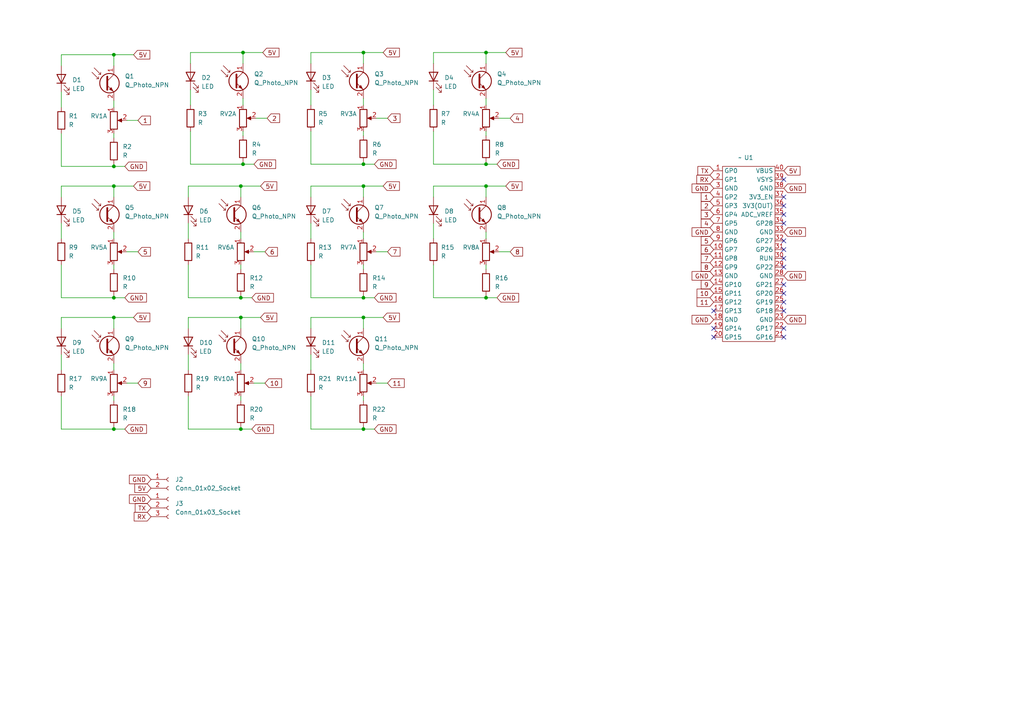
<source format=kicad_sch>
(kicad_sch (version 20230121) (generator eeschema)

  (uuid ae72f54c-9961-48e7-9870-c18efe89e5a0)

  (paper "A4")

  (lib_symbols
    (symbol "Connector:Conn_01x02_Socket" (pin_names (offset 1.016) hide) (in_bom yes) (on_board yes)
      (property "Reference" "J" (at 0 2.54 0)
        (effects (font (size 1.27 1.27)))
      )
      (property "Value" "Conn_01x02_Socket" (at 0 -5.08 0)
        (effects (font (size 1.27 1.27)))
      )
      (property "Footprint" "" (at 0 0 0)
        (effects (font (size 1.27 1.27)) hide)
      )
      (property "Datasheet" "~" (at 0 0 0)
        (effects (font (size 1.27 1.27)) hide)
      )
      (property "ki_locked" "" (at 0 0 0)
        (effects (font (size 1.27 1.27)))
      )
      (property "ki_keywords" "connector" (at 0 0 0)
        (effects (font (size 1.27 1.27)) hide)
      )
      (property "ki_description" "Generic connector, single row, 01x02, script generated" (at 0 0 0)
        (effects (font (size 1.27 1.27)) hide)
      )
      (property "ki_fp_filters" "Connector*:*_1x??_*" (at 0 0 0)
        (effects (font (size 1.27 1.27)) hide)
      )
      (symbol "Conn_01x02_Socket_1_1"
        (arc (start 0 -2.032) (mid -0.5058 -2.54) (end 0 -3.048)
          (stroke (width 0.1524) (type default))
          (fill (type none))
        )
        (polyline
          (pts
            (xy -1.27 -2.54)
            (xy -0.508 -2.54)
          )
          (stroke (width 0.1524) (type default))
          (fill (type none))
        )
        (polyline
          (pts
            (xy -1.27 0)
            (xy -0.508 0)
          )
          (stroke (width 0.1524) (type default))
          (fill (type none))
        )
        (arc (start 0 0.508) (mid -0.5058 0) (end 0 -0.508)
          (stroke (width 0.1524) (type default))
          (fill (type none))
        )
        (pin passive line (at -5.08 0 0) (length 3.81)
          (name "Pin_1" (effects (font (size 1.27 1.27))))
          (number "1" (effects (font (size 1.27 1.27))))
        )
        (pin passive line (at -5.08 -2.54 0) (length 3.81)
          (name "Pin_2" (effects (font (size 1.27 1.27))))
          (number "2" (effects (font (size 1.27 1.27))))
        )
      )
    )
    (symbol "Connector:Conn_01x03_Socket" (pin_names (offset 1.016) hide) (in_bom yes) (on_board yes)
      (property "Reference" "J" (at 0 5.08 0)
        (effects (font (size 1.27 1.27)))
      )
      (property "Value" "Conn_01x03_Socket" (at 0 -5.08 0)
        (effects (font (size 1.27 1.27)))
      )
      (property "Footprint" "" (at 0 0 0)
        (effects (font (size 1.27 1.27)) hide)
      )
      (property "Datasheet" "~" (at 0 0 0)
        (effects (font (size 1.27 1.27)) hide)
      )
      (property "ki_locked" "" (at 0 0 0)
        (effects (font (size 1.27 1.27)))
      )
      (property "ki_keywords" "connector" (at 0 0 0)
        (effects (font (size 1.27 1.27)) hide)
      )
      (property "ki_description" "Generic connector, single row, 01x03, script generated" (at 0 0 0)
        (effects (font (size 1.27 1.27)) hide)
      )
      (property "ki_fp_filters" "Connector*:*_1x??_*" (at 0 0 0)
        (effects (font (size 1.27 1.27)) hide)
      )
      (symbol "Conn_01x03_Socket_1_1"
        (arc (start 0 -2.032) (mid -0.5058 -2.54) (end 0 -3.048)
          (stroke (width 0.1524) (type default))
          (fill (type none))
        )
        (polyline
          (pts
            (xy -1.27 -2.54)
            (xy -0.508 -2.54)
          )
          (stroke (width 0.1524) (type default))
          (fill (type none))
        )
        (polyline
          (pts
            (xy -1.27 0)
            (xy -0.508 0)
          )
          (stroke (width 0.1524) (type default))
          (fill (type none))
        )
        (polyline
          (pts
            (xy -1.27 2.54)
            (xy -0.508 2.54)
          )
          (stroke (width 0.1524) (type default))
          (fill (type none))
        )
        (arc (start 0 0.508) (mid -0.5058 0) (end 0 -0.508)
          (stroke (width 0.1524) (type default))
          (fill (type none))
        )
        (arc (start 0 3.048) (mid -0.5058 2.54) (end 0 2.032)
          (stroke (width 0.1524) (type default))
          (fill (type none))
        )
        (pin passive line (at -5.08 2.54 0) (length 3.81)
          (name "Pin_1" (effects (font (size 1.27 1.27))))
          (number "1" (effects (font (size 1.27 1.27))))
        )
        (pin passive line (at -5.08 0 0) (length 3.81)
          (name "Pin_2" (effects (font (size 1.27 1.27))))
          (number "2" (effects (font (size 1.27 1.27))))
        )
        (pin passive line (at -5.08 -2.54 0) (length 3.81)
          (name "Pin_3" (effects (font (size 1.27 1.27))))
          (number "3" (effects (font (size 1.27 1.27))))
        )
      )
    )
    (symbol "Device:LED" (pin_numbers hide) (pin_names (offset 1.016) hide) (in_bom yes) (on_board yes)
      (property "Reference" "D" (at 0 2.54 0)
        (effects (font (size 1.27 1.27)))
      )
      (property "Value" "LED" (at 0 -2.54 0)
        (effects (font (size 1.27 1.27)))
      )
      (property "Footprint" "" (at 0 0 0)
        (effects (font (size 1.27 1.27)) hide)
      )
      (property "Datasheet" "~" (at 0 0 0)
        (effects (font (size 1.27 1.27)) hide)
      )
      (property "ki_keywords" "LED diode" (at 0 0 0)
        (effects (font (size 1.27 1.27)) hide)
      )
      (property "ki_description" "Light emitting diode" (at 0 0 0)
        (effects (font (size 1.27 1.27)) hide)
      )
      (property "ki_fp_filters" "LED* LED_SMD:* LED_THT:*" (at 0 0 0)
        (effects (font (size 1.27 1.27)) hide)
      )
      (symbol "LED_0_1"
        (polyline
          (pts
            (xy -1.27 -1.27)
            (xy -1.27 1.27)
          )
          (stroke (width 0.254) (type default))
          (fill (type none))
        )
        (polyline
          (pts
            (xy -1.27 0)
            (xy 1.27 0)
          )
          (stroke (width 0) (type default))
          (fill (type none))
        )
        (polyline
          (pts
            (xy 1.27 -1.27)
            (xy 1.27 1.27)
            (xy -1.27 0)
            (xy 1.27 -1.27)
          )
          (stroke (width 0.254) (type default))
          (fill (type none))
        )
        (polyline
          (pts
            (xy -3.048 -0.762)
            (xy -4.572 -2.286)
            (xy -3.81 -2.286)
            (xy -4.572 -2.286)
            (xy -4.572 -1.524)
          )
          (stroke (width 0) (type default))
          (fill (type none))
        )
        (polyline
          (pts
            (xy -1.778 -0.762)
            (xy -3.302 -2.286)
            (xy -2.54 -2.286)
            (xy -3.302 -2.286)
            (xy -3.302 -1.524)
          )
          (stroke (width 0) (type default))
          (fill (type none))
        )
      )
      (symbol "LED_1_1"
        (pin passive line (at -3.81 0 0) (length 2.54)
          (name "K" (effects (font (size 1.27 1.27))))
          (number "1" (effects (font (size 1.27 1.27))))
        )
        (pin passive line (at 3.81 0 180) (length 2.54)
          (name "A" (effects (font (size 1.27 1.27))))
          (number "2" (effects (font (size 1.27 1.27))))
        )
      )
    )
    (symbol "Device:Q_Photo_NPN" (pin_names (offset 0) hide) (in_bom yes) (on_board yes)
      (property "Reference" "Q" (at 5.08 1.27 0)
        (effects (font (size 1.27 1.27)) (justify left))
      )
      (property "Value" "Q_Photo_NPN" (at 5.08 -1.27 0)
        (effects (font (size 1.27 1.27)) (justify left))
      )
      (property "Footprint" "" (at 5.08 2.54 0)
        (effects (font (size 1.27 1.27)) hide)
      )
      (property "Datasheet" "~" (at 0 0 0)
        (effects (font (size 1.27 1.27)) hide)
      )
      (property "ki_keywords" "phototransistor NPN" (at 0 0 0)
        (effects (font (size 1.27 1.27)) hide)
      )
      (property "ki_description" "NPN phototransistor, collector/emitter" (at 0 0 0)
        (effects (font (size 1.27 1.27)) hide)
      )
      (symbol "Q_Photo_NPN_0_1"
        (polyline
          (pts
            (xy -1.905 1.27)
            (xy -2.54 1.27)
          )
          (stroke (width 0) (type default))
          (fill (type none))
        )
        (polyline
          (pts
            (xy -1.27 2.54)
            (xy -1.905 2.54)
          )
          (stroke (width 0) (type default))
          (fill (type none))
        )
        (polyline
          (pts
            (xy 0.635 0.635)
            (xy 2.54 2.54)
          )
          (stroke (width 0) (type default))
          (fill (type none))
        )
        (polyline
          (pts
            (xy -3.81 3.175)
            (xy -1.905 1.27)
            (xy -1.905 1.905)
          )
          (stroke (width 0) (type default))
          (fill (type none))
        )
        (polyline
          (pts
            (xy -3.175 4.445)
            (xy -1.27 2.54)
            (xy -1.27 3.175)
          )
          (stroke (width 0) (type default))
          (fill (type none))
        )
        (polyline
          (pts
            (xy 0.635 -0.635)
            (xy 2.54 -2.54)
            (xy 2.54 -2.54)
          )
          (stroke (width 0) (type default))
          (fill (type none))
        )
        (polyline
          (pts
            (xy 0.635 1.905)
            (xy 0.635 -1.905)
            (xy 0.635 -1.905)
          )
          (stroke (width 0.508) (type default))
          (fill (type none))
        )
        (polyline
          (pts
            (xy 1.27 -1.778)
            (xy 1.778 -1.27)
            (xy 2.286 -2.286)
            (xy 1.27 -1.778)
            (xy 1.27 -1.778)
          )
          (stroke (width 0) (type default))
          (fill (type outline))
        )
        (circle (center 1.27 0) (radius 2.8194)
          (stroke (width 0.254) (type default))
          (fill (type none))
        )
      )
      (symbol "Q_Photo_NPN_1_1"
        (pin passive line (at 2.54 5.08 270) (length 2.54)
          (name "C" (effects (font (size 1.27 1.27))))
          (number "1" (effects (font (size 1.27 1.27))))
        )
        (pin passive line (at 2.54 -5.08 90) (length 2.54)
          (name "E" (effects (font (size 1.27 1.27))))
          (number "2" (effects (font (size 1.27 1.27))))
        )
      )
    )
    (symbol "Device:R" (pin_numbers hide) (pin_names (offset 0)) (in_bom yes) (on_board yes)
      (property "Reference" "R" (at 2.032 0 90)
        (effects (font (size 1.27 1.27)))
      )
      (property "Value" "R" (at 0 0 90)
        (effects (font (size 1.27 1.27)))
      )
      (property "Footprint" "" (at -1.778 0 90)
        (effects (font (size 1.27 1.27)) hide)
      )
      (property "Datasheet" "~" (at 0 0 0)
        (effects (font (size 1.27 1.27)) hide)
      )
      (property "ki_keywords" "R res resistor" (at 0 0 0)
        (effects (font (size 1.27 1.27)) hide)
      )
      (property "ki_description" "Resistor" (at 0 0 0)
        (effects (font (size 1.27 1.27)) hide)
      )
      (property "ki_fp_filters" "R_*" (at 0 0 0)
        (effects (font (size 1.27 1.27)) hide)
      )
      (symbol "R_0_1"
        (rectangle (start -1.016 -2.54) (end 1.016 2.54)
          (stroke (width 0.254) (type default))
          (fill (type none))
        )
      )
      (symbol "R_1_1"
        (pin passive line (at 0 3.81 270) (length 1.27)
          (name "~" (effects (font (size 1.27 1.27))))
          (number "1" (effects (font (size 1.27 1.27))))
        )
        (pin passive line (at 0 -3.81 90) (length 1.27)
          (name "~" (effects (font (size 1.27 1.27))))
          (number "2" (effects (font (size 1.27 1.27))))
        )
      )
    )
    (symbol "Device:R_Potentiometer_Dual_Separate" (pin_names (offset 1.016) hide) (in_bom yes) (on_board yes)
      (property "Reference" "RV" (at -4.445 0 90)
        (effects (font (size 1.27 1.27)))
      )
      (property "Value" "R_Potentiometer_Dual_Separate" (at -2.54 0 90)
        (effects (font (size 1.27 1.27)))
      )
      (property "Footprint" "" (at 0 0 0)
        (effects (font (size 1.27 1.27)) hide)
      )
      (property "Datasheet" "~" (at 0 0 0)
        (effects (font (size 1.27 1.27)) hide)
      )
      (property "ki_keywords" "resistor variable" (at 0 0 0)
        (effects (font (size 1.27 1.27)) hide)
      )
      (property "ki_description" "Dual potentiometer, separate units" (at 0 0 0)
        (effects (font (size 1.27 1.27)) hide)
      )
      (property "ki_fp_filters" "Potentiometer*" (at 0 0 0)
        (effects (font (size 1.27 1.27)) hide)
      )
      (symbol "R_Potentiometer_Dual_Separate_0_1"
        (polyline
          (pts
            (xy 2.54 0)
            (xy 1.524 0)
          )
          (stroke (width 0) (type default))
          (fill (type none))
        )
        (polyline
          (pts
            (xy 1.143 0)
            (xy 2.286 0.508)
            (xy 2.286 -0.508)
            (xy 1.143 0)
          )
          (stroke (width 0) (type default))
          (fill (type outline))
        )
        (rectangle (start 1.016 2.54) (end -1.016 -2.54)
          (stroke (width 0.254) (type default))
          (fill (type none))
        )
      )
      (symbol "R_Potentiometer_Dual_Separate_1_1"
        (pin passive line (at 0 3.81 270) (length 1.27)
          (name "1" (effects (font (size 1.27 1.27))))
          (number "1" (effects (font (size 1.27 1.27))))
        )
        (pin passive line (at 3.81 0 180) (length 1.27)
          (name "2" (effects (font (size 1.27 1.27))))
          (number "2" (effects (font (size 1.27 1.27))))
        )
        (pin passive line (at 0 -3.81 90) (length 1.27)
          (name "3" (effects (font (size 1.27 1.27))))
          (number "3" (effects (font (size 1.27 1.27))))
        )
      )
      (symbol "R_Potentiometer_Dual_Separate_2_1"
        (pin passive line (at 0 3.81 270) (length 1.27)
          (name "4" (effects (font (size 1.27 1.27))))
          (number "4" (effects (font (size 1.27 1.27))))
        )
        (pin passive line (at 3.81 0 180) (length 1.27)
          (name "5" (effects (font (size 1.27 1.27))))
          (number "5" (effects (font (size 1.27 1.27))))
        )
        (pin passive line (at 0 -3.81 90) (length 1.27)
          (name "6" (effects (font (size 1.27 1.27))))
          (number "6" (effects (font (size 1.27 1.27))))
        )
      )
    )
    (symbol "raspberry pi pico 11:RP" (in_bom yes) (on_board yes)
      (property "Reference" "U" (at 2.54 0 0)
        (effects (font (size 1.27 1.27)))
      )
      (property "Value" "" (at 0 0 0)
        (effects (font (size 1.27 1.27)))
      )
      (property "Footprint" "" (at 0 0 0)
        (effects (font (size 1.27 1.27)) hide)
      )
      (property "Datasheet" "" (at 0 0 0)
        (effects (font (size 1.27 1.27)) hide)
      )
      (symbol "RP_0_1"
        (rectangle (start -5.08 -2.54) (end 10.16 -53.34)
          (stroke (width 0) (type default))
          (fill (type none))
        )
      )
      (symbol "RP_1_1"
        (pin bidirectional line (at -7.62 -3.81 0) (length 2.54)
          (name "GP0" (effects (font (size 1.27 1.27))))
          (number "1" (effects (font (size 1.27 1.27))))
        )
        (pin bidirectional line (at -7.62 -26.67 0) (length 2.54)
          (name "GP7" (effects (font (size 1.27 1.27))))
          (number "10" (effects (font (size 1.27 1.27))))
        )
        (pin bidirectional line (at -7.62 -29.21 0) (length 2.54)
          (name "GP8" (effects (font (size 1.27 1.27))))
          (number "11" (effects (font (size 1.27 1.27))))
        )
        (pin bidirectional line (at -7.62 -31.75 0) (length 2.54)
          (name "GP9" (effects (font (size 1.27 1.27))))
          (number "12" (effects (font (size 1.27 1.27))))
        )
        (pin bidirectional line (at -7.62 -34.29 0) (length 2.54)
          (name "GND" (effects (font (size 1.27 1.27))))
          (number "13" (effects (font (size 1.27 1.27))))
        )
        (pin bidirectional line (at -7.62 -36.83 0) (length 2.54)
          (name "GP10" (effects (font (size 1.27 1.27))))
          (number "14" (effects (font (size 1.27 1.27))))
        )
        (pin bidirectional line (at -7.62 -39.37 0) (length 2.54)
          (name "GP11" (effects (font (size 1.27 1.27))))
          (number "15" (effects (font (size 1.27 1.27))))
        )
        (pin bidirectional line (at -7.62 -41.91 0) (length 2.54)
          (name "GP12" (effects (font (size 1.27 1.27))))
          (number "16" (effects (font (size 1.27 1.27))))
        )
        (pin bidirectional line (at -7.62 -44.45 0) (length 2.54)
          (name "GP13" (effects (font (size 1.27 1.27))))
          (number "17" (effects (font (size 1.27 1.27))))
        )
        (pin bidirectional line (at -7.62 -46.99 0) (length 2.54)
          (name "GND" (effects (font (size 1.27 1.27))))
          (number "18" (effects (font (size 1.27 1.27))))
        )
        (pin bidirectional line (at -7.62 -49.53 0) (length 2.54)
          (name "GP14" (effects (font (size 1.27 1.27))))
          (number "19" (effects (font (size 1.27 1.27))))
        )
        (pin bidirectional line (at -7.62 -6.35 0) (length 2.54)
          (name "GP1" (effects (font (size 1.27 1.27))))
          (number "2" (effects (font (size 1.27 1.27))))
        )
        (pin bidirectional line (at -7.62 -52.07 0) (length 2.54)
          (name "GP15" (effects (font (size 1.27 1.27))))
          (number "20" (effects (font (size 1.27 1.27))))
        )
        (pin bidirectional line (at 12.7 -52.07 180) (length 2.54)
          (name "GP16" (effects (font (size 1.27 1.27))))
          (number "21" (effects (font (size 1.27 1.27))))
        )
        (pin bidirectional line (at 12.7 -49.53 180) (length 2.54)
          (name "GP17" (effects (font (size 1.27 1.27))))
          (number "22" (effects (font (size 1.27 1.27))))
        )
        (pin bidirectional line (at 12.7 -46.99 180) (length 2.54)
          (name "GND" (effects (font (size 1.27 1.27))))
          (number "23" (effects (font (size 1.27 1.27))))
        )
        (pin bidirectional line (at 12.7 -44.45 180) (length 2.54)
          (name "GP18" (effects (font (size 1.27 1.27))))
          (number "24" (effects (font (size 1.27 1.27))))
        )
        (pin bidirectional line (at 12.7 -41.91 180) (length 2.54)
          (name "GP19" (effects (font (size 1.27 1.27))))
          (number "25" (effects (font (size 1.27 1.27))))
        )
        (pin bidirectional line (at 12.7 -39.37 180) (length 2.54)
          (name "GP20" (effects (font (size 1.27 1.27))))
          (number "26" (effects (font (size 1.27 1.27))))
        )
        (pin bidirectional line (at 12.7 -36.83 180) (length 2.54)
          (name "GP21" (effects (font (size 1.27 1.27))))
          (number "27" (effects (font (size 1.27 1.27))))
        )
        (pin bidirectional line (at 12.7 -34.29 180) (length 2.54)
          (name "GND" (effects (font (size 1.27 1.27))))
          (number "28" (effects (font (size 1.27 1.27))))
        )
        (pin bidirectional line (at 12.7 -31.75 180) (length 2.54)
          (name "GP22" (effects (font (size 1.27 1.27))))
          (number "29" (effects (font (size 1.27 1.27))))
        )
        (pin bidirectional line (at -7.62 -8.89 0) (length 2.54)
          (name "GND" (effects (font (size 1.27 1.27))))
          (number "3" (effects (font (size 1.27 1.27))))
        )
        (pin bidirectional line (at 12.7 -29.21 180) (length 2.54)
          (name "RUN" (effects (font (size 1.27 1.27))))
          (number "30" (effects (font (size 1.27 1.27))))
        )
        (pin bidirectional line (at 12.7 -26.67 180) (length 2.54)
          (name "GP26" (effects (font (size 1.27 1.27))))
          (number "31" (effects (font (size 1.27 1.27))))
        )
        (pin bidirectional line (at 12.7 -24.13 180) (length 2.54)
          (name "GP27" (effects (font (size 1.27 1.27))))
          (number "32" (effects (font (size 1.27 1.27))))
        )
        (pin bidirectional line (at 12.7 -21.59 180) (length 2.54)
          (name "GND" (effects (font (size 1.27 1.27))))
          (number "33" (effects (font (size 1.27 1.27))))
        )
        (pin bidirectional line (at 12.7 -19.05 180) (length 2.54)
          (name "GP28" (effects (font (size 1.27 1.27))))
          (number "34" (effects (font (size 1.27 1.27))))
        )
        (pin bidirectional line (at 12.7 -16.51 180) (length 2.54)
          (name "ADC_VREF" (effects (font (size 1.27 1.27))))
          (number "35" (effects (font (size 1.27 1.27))))
        )
        (pin output line (at 12.7 -13.97 180) (length 2.54)
          (name "3V3(OUT)" (effects (font (size 1.27 1.27))))
          (number "36" (effects (font (size 1.27 1.27))))
        )
        (pin bidirectional line (at 12.7 -11.43 180) (length 2.54)
          (name "3V3_EN" (effects (font (size 1.27 1.27))))
          (number "37" (effects (font (size 1.27 1.27))))
        )
        (pin bidirectional line (at 12.7 -8.89 180) (length 2.54)
          (name "GND" (effects (font (size 1.27 1.27))))
          (number "38" (effects (font (size 1.27 1.27))))
        )
        (pin bidirectional line (at 12.7 -6.35 180) (length 2.54)
          (name "VSYS" (effects (font (size 1.27 1.27))))
          (number "39" (effects (font (size 1.27 1.27))))
        )
        (pin bidirectional line (at -7.62 -11.43 0) (length 2.54)
          (name "GP2" (effects (font (size 1.27 1.27))))
          (number "4" (effects (font (size 1.27 1.27))))
        )
        (pin bidirectional line (at 12.7 -3.81 180) (length 2.54)
          (name "VBUS" (effects (font (size 1.27 1.27))))
          (number "40" (effects (font (size 1.27 1.27))))
        )
        (pin bidirectional line (at -7.62 -13.97 0) (length 2.54)
          (name "GP3" (effects (font (size 1.27 1.27))))
          (number "5" (effects (font (size 1.27 1.27))))
        )
        (pin bidirectional line (at -7.62 -16.51 0) (length 2.54)
          (name "GP4" (effects (font (size 1.27 1.27))))
          (number "6" (effects (font (size 1.27 1.27))))
        )
        (pin bidirectional line (at -7.62 -19.05 0) (length 2.54)
          (name "GP5" (effects (font (size 1.27 1.27))))
          (number "7" (effects (font (size 1.27 1.27))))
        )
        (pin bidirectional line (at -7.62 -21.59 0) (length 2.54)
          (name "GND" (effects (font (size 1.27 1.27))))
          (number "8" (effects (font (size 1.27 1.27))))
        )
        (pin bidirectional line (at -7.62 -24.13 0) (length 2.54)
          (name "GP6" (effects (font (size 1.27 1.27))))
          (number "9" (effects (font (size 1.27 1.27))))
        )
      )
    )
  )

  (junction (at 105.41 47.625) (diameter 0) (color 0 0 0 0)
    (uuid 075151c5-ac7f-4f13-8c85-a1bf4134dbe9)
  )
  (junction (at 105.41 124.46) (diameter 0) (color 0 0 0 0)
    (uuid 1004035d-ddf6-45cb-9200-9159691d1fbb)
  )
  (junction (at 69.85 124.46) (diameter 0) (color 0 0 0 0)
    (uuid 22ffcf69-1716-4b28-b81a-287317907cdc)
  )
  (junction (at 33.02 48.26) (diameter 0) (color 0 0 0 0)
    (uuid 2c62fef2-f949-4cc8-b056-01a4845e41fa)
  )
  (junction (at 70.485 47.625) (diameter 0) (color 0 0 0 0)
    (uuid 3370b8f5-8bac-45f9-afa6-b44f912c27e9)
  )
  (junction (at 105.41 53.975) (diameter 0) (color 0 0 0 0)
    (uuid 33943d95-83e8-45e4-9a55-a625fe28f6c0)
  )
  (junction (at 33.02 15.875) (diameter 0) (color 0 0 0 0)
    (uuid 35de0599-0aa8-4a4b-b549-b675dc823394)
  )
  (junction (at 105.41 15.24) (diameter 0) (color 0 0 0 0)
    (uuid 39a84c29-380f-4103-8077-ce467daf6733)
  )
  (junction (at 140.97 53.975) (diameter 0) (color 0 0 0 0)
    (uuid 5179c2f0-bcb9-45eb-99fe-1d5fcaa380da)
  )
  (junction (at 33.02 92.075) (diameter 0) (color 0 0 0 0)
    (uuid 644c75c2-4736-4da3-9aff-f97e4cb3a628)
  )
  (junction (at 140.97 15.24) (diameter 0) (color 0 0 0 0)
    (uuid 9a4b147b-43f8-4e10-8245-9bd813ce2388)
  )
  (junction (at 70.485 15.24) (diameter 0) (color 0 0 0 0)
    (uuid aa64f179-b4d8-405e-8cb2-823632a29762)
  )
  (junction (at 140.97 86.36) (diameter 0) (color 0 0 0 0)
    (uuid acee70b4-a4c9-443a-b841-e545f319e85d)
  )
  (junction (at 140.97 47.625) (diameter 0) (color 0 0 0 0)
    (uuid b353199c-e98f-4983-bd54-d6063d1b1960)
  )
  (junction (at 33.02 124.46) (diameter 0) (color 0 0 0 0)
    (uuid c3bc6ecc-c25d-46d7-a571-7cbd0ad3906a)
  )
  (junction (at 33.02 53.975) (diameter 0) (color 0 0 0 0)
    (uuid cc364b13-8296-4d49-9045-108c4efa9159)
  )
  (junction (at 69.85 92.075) (diameter 0) (color 0 0 0 0)
    (uuid d055ee9d-686f-4c00-8bcc-a0faf6ef43b3)
  )
  (junction (at 69.85 53.975) (diameter 0) (color 0 0 0 0)
    (uuid d315e5ed-f72d-4a6e-a256-3ede493707f2)
  )
  (junction (at 105.41 92.075) (diameter 0) (color 0 0 0 0)
    (uuid d450d2a3-27df-4653-b113-0076e42667cc)
  )
  (junction (at 105.41 86.36) (diameter 0) (color 0 0 0 0)
    (uuid e10e8be3-3d95-4fc8-a3d9-a1f13e5e3883)
  )
  (junction (at 69.85 86.36) (diameter 0) (color 0 0 0 0)
    (uuid e8d5f08e-7a51-4284-b3d4-eae9b886a3eb)
  )
  (junction (at 33.02 86.36) (diameter 0) (color 0 0 0 0)
    (uuid fadbaaeb-1780-4f34-a4bc-f2344d5139ec)
  )

  (no_connect (at 227.33 97.79) (uuid 080b294e-1e34-4b1b-af7c-211cdf9ad3d3))
  (no_connect (at 207.01 97.79) (uuid 521537cc-8f88-4758-8306-8173b225b9e6))
  (no_connect (at 227.33 74.93) (uuid 570e9e26-1147-415d-890d-ccaf787869e3))
  (no_connect (at 227.33 82.55) (uuid 58e8ce67-faff-4b9c-bd42-6f98fb4c5534))
  (no_connect (at 207.01 95.25) (uuid 5cc24e0a-00ec-47bf-bda3-d13c2a93a24e))
  (no_connect (at 227.33 77.47) (uuid 820ca7c1-ee35-4cea-b202-3e29b3df0b44))
  (no_connect (at 227.33 52.07) (uuid 84e8111d-5960-4917-bf73-6dc913518e8a))
  (no_connect (at 227.33 90.17) (uuid 992f5f07-91c9-4bb5-8c50-0871b80f61d9))
  (no_connect (at 227.33 72.39) (uuid 9a2e358c-6d05-45c2-af6d-04dd301239c5))
  (no_connect (at 227.33 87.63) (uuid a0d59cff-6bdc-4408-b00e-58cc98879df0))
  (no_connect (at 227.33 85.09) (uuid a1fe9860-6498-4f66-9074-cf3e694a260a))
  (no_connect (at 227.33 62.23) (uuid a98de7b4-1dba-4aab-a13a-eccaff26ea5d))
  (no_connect (at 207.01 90.17) (uuid b4f4cb79-94aa-4c2f-9cb3-19f9d645bd51))
  (no_connect (at 227.33 69.85) (uuid bc5df29c-13d0-406e-9e3b-a4189d2407da))
  (no_connect (at 227.33 64.77) (uuid bee186b2-2caf-4140-8953-b8affa9cbf09))
  (no_connect (at 227.33 95.25) (uuid c1ceee41-3658-4126-8668-ca94b3831dc5))
  (no_connect (at 227.33 57.15) (uuid c32f5bcf-999b-4ad6-956e-10124a9cd82f))
  (no_connect (at 227.33 59.69) (uuid e05fb4d8-d262-4695-b46d-e1a0d5361015))

  (wire (pts (xy 33.02 53.975) (xy 17.78 53.975))
    (stroke (width 0) (type default))
    (uuid 011fb9e0-f85a-4664-bdbe-196044f63901)
  )
  (wire (pts (xy 140.97 53.975) (xy 140.97 57.15))
    (stroke (width 0) (type default))
    (uuid 0163a98f-bd98-4d11-af49-587852e0f0fb)
  )
  (wire (pts (xy 109.22 111.125) (xy 112.395 111.125))
    (stroke (width 0) (type default))
    (uuid 02aeaa09-e0e6-484d-8a81-8bd81292b0e0)
  )
  (wire (pts (xy 105.41 15.24) (xy 105.41 18.415))
    (stroke (width 0) (type default))
    (uuid 02bbfaa5-feb1-4d1f-b8c4-1f47c8f7656e)
  )
  (wire (pts (xy 140.97 76.835) (xy 140.97 78.105))
    (stroke (width 0) (type default))
    (uuid 0a0b8d47-6f46-4a90-a203-232743bf608c)
  )
  (wire (pts (xy 69.85 76.835) (xy 69.85 78.105))
    (stroke (width 0) (type default))
    (uuid 0fb85db4-a79c-4fc6-9e10-808500c6a15d)
  )
  (wire (pts (xy 17.78 48.26) (xy 33.02 48.26))
    (stroke (width 0) (type default))
    (uuid 10667b57-4f2d-45c5-959d-cfa839e91204)
  )
  (wire (pts (xy 90.17 38.1) (xy 90.17 47.625))
    (stroke (width 0) (type default))
    (uuid 14597728-4caa-433d-84a9-e4c950d0ee29)
  )
  (wire (pts (xy 33.02 38.735) (xy 33.02 40.005))
    (stroke (width 0) (type default))
    (uuid 148cc6f5-ecb2-4759-b639-a67056308479)
  )
  (wire (pts (xy 105.41 47.625) (xy 108.585 47.625))
    (stroke (width 0) (type default))
    (uuid 184ff6aa-b509-4170-94c6-ebac6898394e)
  )
  (wire (pts (xy 90.17 47.625) (xy 105.41 47.625))
    (stroke (width 0) (type default))
    (uuid 1896f2e8-39f3-4e04-9c31-938c68b28a01)
  )
  (wire (pts (xy 140.97 53.975) (xy 146.685 53.975))
    (stroke (width 0) (type default))
    (uuid 197c63b2-5ec3-4997-b962-93c312f7ed82)
  )
  (wire (pts (xy 125.73 64.77) (xy 125.73 69.215))
    (stroke (width 0) (type default))
    (uuid 1aa10135-e367-4c4f-8eac-552b34cc330c)
  )
  (wire (pts (xy 140.97 15.24) (xy 140.97 18.415))
    (stroke (width 0) (type default))
    (uuid 1cefe010-9c68-4432-8020-47c5a5b443f4)
  )
  (wire (pts (xy 105.41 15.24) (xy 90.17 15.24))
    (stroke (width 0) (type default))
    (uuid 1e48a1de-edfa-4694-a25a-406343c90e14)
  )
  (wire (pts (xy 17.78 102.87) (xy 17.78 107.315))
    (stroke (width 0) (type default))
    (uuid 21f4296c-ab2b-4077-b592-70915ab2039e)
  )
  (wire (pts (xy 105.41 105.41) (xy 105.41 107.315))
    (stroke (width 0) (type default))
    (uuid 2208af3c-e568-4db1-aefc-105083cf789c)
  )
  (wire (pts (xy 90.17 102.87) (xy 90.17 107.315))
    (stroke (width 0) (type default))
    (uuid 24568795-e5f3-47ab-aaab-1eaf1d4c8f9e)
  )
  (wire (pts (xy 17.78 38.735) (xy 17.78 48.26))
    (stroke (width 0) (type default))
    (uuid 247b05e3-84d7-4396-8ce6-3ec4c3f0da2e)
  )
  (wire (pts (xy 54.61 114.935) (xy 54.61 124.46))
    (stroke (width 0) (type default))
    (uuid 25f98861-caa7-475c-9eb1-3b89a2947d95)
  )
  (wire (pts (xy 33.02 123.825) (xy 33.02 124.46))
    (stroke (width 0) (type default))
    (uuid 29e0573f-c55a-4c0f-abde-7e72e8f47283)
  )
  (wire (pts (xy 17.78 86.36) (xy 33.02 86.36))
    (stroke (width 0) (type default))
    (uuid 2be528bc-0907-4e3e-a3c8-034f425db3b1)
  )
  (wire (pts (xy 140.97 28.575) (xy 140.97 30.48))
    (stroke (width 0) (type default))
    (uuid 2dd04f0d-9081-45e4-a2f4-a4cba36d5a82)
  )
  (wire (pts (xy 73.66 73.025) (xy 76.835 73.025))
    (stroke (width 0) (type default))
    (uuid 2dfede24-1cd3-49d8-be6d-b9ce09e1b828)
  )
  (wire (pts (xy 140.97 47.625) (xy 144.145 47.625))
    (stroke (width 0) (type default))
    (uuid 3723252d-d685-40ae-927b-aedd3d9a1af2)
  )
  (wire (pts (xy 70.485 47.625) (xy 73.66 47.625))
    (stroke (width 0) (type default))
    (uuid 38cb74ad-e4ca-4333-b1b8-78803708b7af)
  )
  (wire (pts (xy 105.41 123.825) (xy 105.41 124.46))
    (stroke (width 0) (type default))
    (uuid 3ffcdd06-14ce-497e-b020-68785200ec90)
  )
  (wire (pts (xy 33.02 86.36) (xy 36.195 86.36))
    (stroke (width 0) (type default))
    (uuid 426989f3-ee58-4dba-a867-35e73a94876e)
  )
  (wire (pts (xy 125.73 47.625) (xy 140.97 47.625))
    (stroke (width 0) (type default))
    (uuid 44d1fcff-ee9e-4749-82fe-72a26af7f747)
  )
  (wire (pts (xy 90.17 114.935) (xy 90.17 124.46))
    (stroke (width 0) (type default))
    (uuid 45928d15-5d1f-4a95-aeb3-918b9d5f29f4)
  )
  (wire (pts (xy 33.02 15.875) (xy 33.02 19.05))
    (stroke (width 0) (type default))
    (uuid 45cac95a-f936-4883-8c8b-b2d40542a86b)
  )
  (wire (pts (xy 17.78 26.67) (xy 17.78 31.115))
    (stroke (width 0) (type default))
    (uuid 48023a30-9018-4e60-a880-05670b579dca)
  )
  (wire (pts (xy 69.85 124.46) (xy 73.025 124.46))
    (stroke (width 0) (type default))
    (uuid 481b61db-5b69-40b0-8ade-5f67068aeb46)
  )
  (wire (pts (xy 33.02 76.835) (xy 33.02 78.105))
    (stroke (width 0) (type default))
    (uuid 4c7c96c3-5ad4-42eb-9dfb-69a140b59f87)
  )
  (wire (pts (xy 33.02 47.625) (xy 33.02 48.26))
    (stroke (width 0) (type default))
    (uuid 4d5e6e16-68e2-4082-ad0a-6e1e6edd3f16)
  )
  (wire (pts (xy 105.41 15.24) (xy 111.125 15.24))
    (stroke (width 0) (type default))
    (uuid 4fd02b6c-4485-4164-8e37-ba6e4a135784)
  )
  (wire (pts (xy 55.245 15.24) (xy 55.245 18.415))
    (stroke (width 0) (type default))
    (uuid 52627f1c-6b29-4f9f-a645-b1acecb34345)
  )
  (wire (pts (xy 17.78 92.075) (xy 17.78 95.25))
    (stroke (width 0) (type default))
    (uuid 536e4ea7-d539-40a6-80f2-d4729843dc1d)
  )
  (wire (pts (xy 105.41 53.975) (xy 111.125 53.975))
    (stroke (width 0) (type default))
    (uuid 536e6ae6-6778-42f2-a9eb-6fbeccd24c46)
  )
  (wire (pts (xy 33.02 124.46) (xy 36.195 124.46))
    (stroke (width 0) (type default))
    (uuid 59e39883-493d-4038-91b5-359244f81ca1)
  )
  (wire (pts (xy 33.02 53.975) (xy 33.02 57.15))
    (stroke (width 0) (type default))
    (uuid 5da6e008-f2d0-4271-bce7-c427a8609bb3)
  )
  (wire (pts (xy 69.85 92.075) (xy 75.565 92.075))
    (stroke (width 0) (type default))
    (uuid 5f38ca66-7e93-4eec-8dbb-26a9b845b35a)
  )
  (wire (pts (xy 55.245 38.1) (xy 55.245 47.625))
    (stroke (width 0) (type default))
    (uuid 6058d302-7e07-4978-87b7-588405f0b480)
  )
  (wire (pts (xy 69.85 85.725) (xy 69.85 86.36))
    (stroke (width 0) (type default))
    (uuid 63c9a72a-c004-42be-a54c-65f31f8c845f)
  )
  (wire (pts (xy 33.02 92.075) (xy 17.78 92.075))
    (stroke (width 0) (type default))
    (uuid 65ca4ba2-a73f-4205-b178-b6c23c2de3e3)
  )
  (wire (pts (xy 33.02 48.26) (xy 36.195 48.26))
    (stroke (width 0) (type default))
    (uuid 67789a46-98bd-4148-83e6-180ad46fef5e)
  )
  (wire (pts (xy 70.485 46.99) (xy 70.485 47.625))
    (stroke (width 0) (type default))
    (uuid 68ffe81f-c9a1-46e0-a5ac-9c8f7e537e41)
  )
  (wire (pts (xy 74.295 34.29) (xy 77.47 34.29))
    (stroke (width 0) (type default))
    (uuid 690f2b0d-a78a-4a30-b03e-6871313585ac)
  )
  (wire (pts (xy 54.61 53.975) (xy 54.61 57.15))
    (stroke (width 0) (type default))
    (uuid 6a11b7d8-3466-4793-9713-a318bbcd73c1)
  )
  (wire (pts (xy 90.17 26.035) (xy 90.17 30.48))
    (stroke (width 0) (type default))
    (uuid 6cb5f35e-4865-4bcc-8857-50c292d55c8c)
  )
  (wire (pts (xy 54.61 124.46) (xy 69.85 124.46))
    (stroke (width 0) (type default))
    (uuid 6d2fba78-3238-4adb-988f-b68809075e5d)
  )
  (wire (pts (xy 105.41 92.075) (xy 90.17 92.075))
    (stroke (width 0) (type default))
    (uuid 6ea42da0-0e47-44e6-9bed-413316ac4830)
  )
  (wire (pts (xy 90.17 86.36) (xy 105.41 86.36))
    (stroke (width 0) (type default))
    (uuid 7015441e-aae9-46c1-9836-3a8700ce79b2)
  )
  (wire (pts (xy 36.83 111.125) (xy 40.005 111.125))
    (stroke (width 0) (type default))
    (uuid 715e4ac0-6354-4414-86e0-87e87c91a1fd)
  )
  (wire (pts (xy 70.485 15.24) (xy 55.245 15.24))
    (stroke (width 0) (type default))
    (uuid 7255f7fc-d82e-49c2-a0d0-65253c8dc365)
  )
  (wire (pts (xy 33.02 29.21) (xy 33.02 31.115))
    (stroke (width 0) (type default))
    (uuid 73da1c4f-552c-426a-bafd-1338b5959ddb)
  )
  (wire (pts (xy 125.73 76.835) (xy 125.73 86.36))
    (stroke (width 0) (type default))
    (uuid 7634abc4-4a17-4bb8-b7c1-60ce44114666)
  )
  (wire (pts (xy 17.78 64.77) (xy 17.78 69.215))
    (stroke (width 0) (type default))
    (uuid 77edfab2-0370-42de-8871-4fef2492cbf5)
  )
  (wire (pts (xy 90.17 53.975) (xy 90.17 57.15))
    (stroke (width 0) (type default))
    (uuid 782745fe-423e-465d-81a5-0ee074a5ab69)
  )
  (wire (pts (xy 33.02 105.41) (xy 33.02 107.315))
    (stroke (width 0) (type default))
    (uuid 79bf290f-2487-4daa-aa8c-d14a354a805a)
  )
  (wire (pts (xy 105.41 86.36) (xy 108.585 86.36))
    (stroke (width 0) (type default))
    (uuid 7efd0eef-8f16-41ce-bf74-31d2065763b5)
  )
  (wire (pts (xy 33.02 92.075) (xy 33.02 95.25))
    (stroke (width 0) (type default))
    (uuid 7ff1d1a3-8cd6-4d2c-9aa5-9826bc59eda9)
  )
  (wire (pts (xy 33.02 15.875) (xy 17.78 15.875))
    (stroke (width 0) (type default))
    (uuid 81095092-8f3b-4c4a-9b9c-f0dbedde06bc)
  )
  (wire (pts (xy 69.85 92.075) (xy 69.85 95.25))
    (stroke (width 0) (type default))
    (uuid 82c1da0e-b358-4d60-bb80-b9912e19a27d)
  )
  (wire (pts (xy 125.73 26.035) (xy 125.73 30.48))
    (stroke (width 0) (type default))
    (uuid 84217418-beb6-4ea3-8cd3-add605adf8c7)
  )
  (wire (pts (xy 90.17 64.77) (xy 90.17 69.215))
    (stroke (width 0) (type default))
    (uuid 842d2e11-76ab-4081-9dd3-9137dfb2c910)
  )
  (wire (pts (xy 54.61 76.835) (xy 54.61 86.36))
    (stroke (width 0) (type default))
    (uuid 85aa686d-1aae-4476-9cbb-3fbcae5953c3)
  )
  (wire (pts (xy 36.83 34.925) (xy 40.005 34.925))
    (stroke (width 0) (type default))
    (uuid 87ea2784-df23-4ac4-80ea-61c7bcd15281)
  )
  (wire (pts (xy 105.41 92.075) (xy 111.125 92.075))
    (stroke (width 0) (type default))
    (uuid 8862ccf5-28df-45f9-b251-faf8db0c6075)
  )
  (wire (pts (xy 140.97 85.725) (xy 140.97 86.36))
    (stroke (width 0) (type default))
    (uuid 8dbf52e9-b2fb-40fc-9d1e-623c6e66d603)
  )
  (wire (pts (xy 105.41 76.835) (xy 105.41 78.105))
    (stroke (width 0) (type default))
    (uuid 8df8d5b0-e060-4d73-97ba-be5d21f7ae25)
  )
  (wire (pts (xy 125.73 86.36) (xy 140.97 86.36))
    (stroke (width 0) (type default))
    (uuid 8f451f21-dcfe-4170-a628-3999e3bd6bf7)
  )
  (wire (pts (xy 54.61 92.075) (xy 54.61 95.25))
    (stroke (width 0) (type default))
    (uuid 91b6f9a7-d3c2-45f7-83b6-cd7aabd287fe)
  )
  (wire (pts (xy 17.78 15.875) (xy 17.78 19.05))
    (stroke (width 0) (type default))
    (uuid 91f16aea-83ef-4c97-ae9d-47feb56eece3)
  )
  (wire (pts (xy 90.17 76.835) (xy 90.17 86.36))
    (stroke (width 0) (type default))
    (uuid 9512ae79-f6ec-46ec-a5dc-5fd222997e4e)
  )
  (wire (pts (xy 69.85 53.975) (xy 54.61 53.975))
    (stroke (width 0) (type default))
    (uuid 951c865e-f0f6-4056-86ef-6bd4f11e05df)
  )
  (wire (pts (xy 33.02 15.875) (xy 38.735 15.875))
    (stroke (width 0) (type default))
    (uuid 9538bd51-d8bc-49a7-8703-fc657200248d)
  )
  (wire (pts (xy 105.41 114.935) (xy 105.41 116.205))
    (stroke (width 0) (type default))
    (uuid 95b630ed-709d-415c-a357-d6e5f4319bee)
  )
  (wire (pts (xy 125.73 53.975) (xy 125.73 57.15))
    (stroke (width 0) (type default))
    (uuid 95c7d81f-364b-4843-a578-1c9a0c79a686)
  )
  (wire (pts (xy 144.78 34.29) (xy 147.955 34.29))
    (stroke (width 0) (type default))
    (uuid 98f49b53-9f60-45cf-8de7-fc4e95880d94)
  )
  (wire (pts (xy 125.73 15.24) (xy 125.73 18.415))
    (stroke (width 0) (type default))
    (uuid 99d09a7b-2aa7-4686-b47b-7c56d0233074)
  )
  (wire (pts (xy 105.41 46.99) (xy 105.41 47.625))
    (stroke (width 0) (type default))
    (uuid 9cd0c75a-ec0e-44ea-b920-498982212c4e)
  )
  (wire (pts (xy 105.41 124.46) (xy 108.585 124.46))
    (stroke (width 0) (type default))
    (uuid 9d226933-cc00-4014-b750-6302b6d9829c)
  )
  (wire (pts (xy 140.97 38.1) (xy 140.97 39.37))
    (stroke (width 0) (type default))
    (uuid 9df60344-42ff-4026-a5dc-033f7abc4709)
  )
  (wire (pts (xy 33.02 114.935) (xy 33.02 116.205))
    (stroke (width 0) (type default))
    (uuid 9ec7d835-6986-430f-acec-a11bdbcbac45)
  )
  (wire (pts (xy 55.245 47.625) (xy 70.485 47.625))
    (stroke (width 0) (type default))
    (uuid a0c75ef9-e3d9-432b-8c37-3d64b4981af8)
  )
  (wire (pts (xy 54.61 64.77) (xy 54.61 69.215))
    (stroke (width 0) (type default))
    (uuid a5c6822c-e656-454f-9eea-3d53ac03d01c)
  )
  (wire (pts (xy 69.85 67.31) (xy 69.85 69.215))
    (stroke (width 0) (type default))
    (uuid a632bfdc-b7a3-416d-a655-26d98a6264f5)
  )
  (wire (pts (xy 70.485 15.24) (xy 70.485 18.415))
    (stroke (width 0) (type default))
    (uuid a91fce52-9aad-4dd5-8073-38338b141420)
  )
  (wire (pts (xy 17.78 76.835) (xy 17.78 86.36))
    (stroke (width 0) (type default))
    (uuid aac52b56-661e-40fd-b7a2-234bae687c08)
  )
  (wire (pts (xy 36.83 73.025) (xy 40.005 73.025))
    (stroke (width 0) (type default))
    (uuid abf61c01-f758-4e25-bb0e-10c1f37ab58f)
  )
  (wire (pts (xy 69.85 53.975) (xy 69.85 57.15))
    (stroke (width 0) (type default))
    (uuid ac12b1c6-5db5-431a-952e-3461baae034a)
  )
  (wire (pts (xy 69.85 105.41) (xy 69.85 107.315))
    (stroke (width 0) (type default))
    (uuid b20dbf05-4fca-4d8e-b041-2b7c0e4407c4)
  )
  (wire (pts (xy 54.61 86.36) (xy 69.85 86.36))
    (stroke (width 0) (type default))
    (uuid b25037e7-fe04-4614-a372-0332c3f00fe9)
  )
  (wire (pts (xy 69.85 53.975) (xy 75.565 53.975))
    (stroke (width 0) (type default))
    (uuid b5c7c483-bbfd-4b80-b9f8-e9519db9f18c)
  )
  (wire (pts (xy 70.485 28.575) (xy 70.485 30.48))
    (stroke (width 0) (type default))
    (uuid b5d26531-0a70-4d50-940d-dfc0b191bc5f)
  )
  (wire (pts (xy 69.85 114.935) (xy 69.85 116.205))
    (stroke (width 0) (type default))
    (uuid b72bd6dc-5d9f-4097-9d49-8a2c0d108f43)
  )
  (wire (pts (xy 140.97 67.31) (xy 140.97 69.215))
    (stroke (width 0) (type default))
    (uuid ba1ba338-2c26-4e9e-88e1-f1e3d6658c41)
  )
  (wire (pts (xy 69.85 92.075) (xy 54.61 92.075))
    (stroke (width 0) (type default))
    (uuid c3507a53-a73c-443e-a9d1-d6aedcb01167)
  )
  (wire (pts (xy 17.78 114.935) (xy 17.78 124.46))
    (stroke (width 0) (type default))
    (uuid c48bd957-a580-4d69-9172-68ab8a281267)
  )
  (wire (pts (xy 140.97 15.24) (xy 125.73 15.24))
    (stroke (width 0) (type default))
    (uuid c4f58601-bea0-4cc2-a39d-edfdc16d2548)
  )
  (wire (pts (xy 105.41 67.31) (xy 105.41 69.215))
    (stroke (width 0) (type default))
    (uuid c5bbeb4b-161b-4148-9621-99fa16a6b9e1)
  )
  (wire (pts (xy 144.78 73.025) (xy 147.955 73.025))
    (stroke (width 0) (type default))
    (uuid c70bebde-9bee-4bab-ba59-ca7ec7c572fe)
  )
  (wire (pts (xy 33.02 67.31) (xy 33.02 69.215))
    (stroke (width 0) (type default))
    (uuid c882204c-7284-4b26-8a9c-88f29ff8d939)
  )
  (wire (pts (xy 17.78 53.975) (xy 17.78 57.15))
    (stroke (width 0) (type default))
    (uuid ce85a09d-37d5-4858-ac86-04fa2e2f439e)
  )
  (wire (pts (xy 69.85 123.825) (xy 69.85 124.46))
    (stroke (width 0) (type default))
    (uuid d19bfb2a-8676-4094-a494-fac2e820d9f7)
  )
  (wire (pts (xy 70.485 38.1) (xy 70.485 39.37))
    (stroke (width 0) (type default))
    (uuid d1eeeaf3-74f7-427e-b7fa-1255a44b903c)
  )
  (wire (pts (xy 90.17 124.46) (xy 105.41 124.46))
    (stroke (width 0) (type default))
    (uuid d239e7b6-794d-4d7f-bddb-417db09a1332)
  )
  (wire (pts (xy 105.41 92.075) (xy 105.41 95.25))
    (stroke (width 0) (type default))
    (uuid d5731091-360e-483a-a46d-ef862eb90923)
  )
  (wire (pts (xy 54.61 102.87) (xy 54.61 107.315))
    (stroke (width 0) (type default))
    (uuid d5e50629-f89c-4fcd-b2a5-4ae3c8fb3383)
  )
  (wire (pts (xy 125.73 38.1) (xy 125.73 47.625))
    (stroke (width 0) (type default))
    (uuid da69a7d9-584a-4bf2-88da-3b49948af8f0)
  )
  (wire (pts (xy 33.02 53.975) (xy 38.735 53.975))
    (stroke (width 0) (type default))
    (uuid def2b855-6e40-494a-816d-8361e79f8c94)
  )
  (wire (pts (xy 90.17 92.075) (xy 90.17 95.25))
    (stroke (width 0) (type default))
    (uuid df2109ed-f62f-419b-a5e0-ebbc2004c2a9)
  )
  (wire (pts (xy 90.17 15.24) (xy 90.17 18.415))
    (stroke (width 0) (type default))
    (uuid df548fd3-1d5d-4baf-a82c-b590ee170c82)
  )
  (wire (pts (xy 17.78 124.46) (xy 33.02 124.46))
    (stroke (width 0) (type default))
    (uuid e1862030-cc57-4437-a4e7-b54b155addac)
  )
  (wire (pts (xy 33.02 92.075) (xy 38.735 92.075))
    (stroke (width 0) (type default))
    (uuid e1b02e2e-1947-465b-890e-eadc7cd364c0)
  )
  (wire (pts (xy 105.41 85.725) (xy 105.41 86.36))
    (stroke (width 0) (type default))
    (uuid e1f77765-3598-45ab-8ea1-fa57c24e7461)
  )
  (wire (pts (xy 105.41 28.575) (xy 105.41 30.48))
    (stroke (width 0) (type default))
    (uuid e287d059-23ad-4da1-9b66-fe5703c67a03)
  )
  (wire (pts (xy 105.41 38.1) (xy 105.41 39.37))
    (stroke (width 0) (type default))
    (uuid e43f154c-2851-463c-a4d3-944c6a635900)
  )
  (wire (pts (xy 105.41 53.975) (xy 105.41 57.15))
    (stroke (width 0) (type default))
    (uuid e7652d17-9eb8-45b3-8dea-ad3b77ecc580)
  )
  (wire (pts (xy 140.97 53.975) (xy 125.73 53.975))
    (stroke (width 0) (type default))
    (uuid e79b5406-457c-46de-9cd8-3aeabf708a10)
  )
  (wire (pts (xy 140.97 86.36) (xy 144.145 86.36))
    (stroke (width 0) (type default))
    (uuid ee8b77e7-cdd4-48f5-823c-349c919fdc2d)
  )
  (wire (pts (xy 69.85 86.36) (xy 73.025 86.36))
    (stroke (width 0) (type default))
    (uuid f0f21674-c7f1-4ece-a1c6-6983f7929af4)
  )
  (wire (pts (xy 33.02 85.725) (xy 33.02 86.36))
    (stroke (width 0) (type default))
    (uuid f18a1082-ea9b-4fd6-8706-f88901ae2f78)
  )
  (wire (pts (xy 55.245 26.035) (xy 55.245 30.48))
    (stroke (width 0) (type default))
    (uuid f1c3185f-1f1c-43c6-9b9a-07381ed1cca4)
  )
  (wire (pts (xy 70.485 15.24) (xy 76.2 15.24))
    (stroke (width 0) (type default))
    (uuid f3fe116c-c6b0-40a2-9026-d1d0990a14f0)
  )
  (wire (pts (xy 109.22 34.29) (xy 112.395 34.29))
    (stroke (width 0) (type default))
    (uuid f5c55eee-1b94-45a5-b5c5-fc31ed1ae41f)
  )
  (wire (pts (xy 105.41 53.975) (xy 90.17 53.975))
    (stroke (width 0) (type default))
    (uuid f7b9e336-9715-481d-9091-e061d33d3402)
  )
  (wire (pts (xy 140.97 46.99) (xy 140.97 47.625))
    (stroke (width 0) (type default))
    (uuid f877434a-086d-456a-b4ef-1281397a217d)
  )
  (wire (pts (xy 73.66 111.125) (xy 76.835 111.125))
    (stroke (width 0) (type default))
    (uuid f9b15835-c0ae-4fff-b352-6835f9f867f9)
  )
  (wire (pts (xy 109.22 73.025) (xy 112.395 73.025))
    (stroke (width 0) (type default))
    (uuid fbc0ba1f-8945-4bbf-ab84-560585897811)
  )
  (wire (pts (xy 140.97 15.24) (xy 146.685 15.24))
    (stroke (width 0) (type default))
    (uuid fede30f4-d3e9-4b5c-9c40-d9842251de18)
  )

  (global_label "5V" (shape input) (at 76.2 15.24 0) (fields_autoplaced)
    (effects (font (size 1.27 1.27)) (justify left))
    (uuid 0286dbdc-fde8-4929-b6a9-8acf1243a740)
    (property "Intersheetrefs" "${INTERSHEET_REFS}" (at 81.4833 15.24 0)
      (effects (font (size 1.27 1.27)) (justify left) hide)
    )
  )
  (global_label "4" (shape input) (at 147.955 34.29 0) (fields_autoplaced)
    (effects (font (size 1.27 1.27)) (justify left))
    (uuid 0374e98c-2e94-41b3-838a-697f3e77cea0)
    (property "Intersheetrefs" "${INTERSHEET_REFS}" (at 152.1497 34.29 0)
      (effects (font (size 1.27 1.27)) (justify left) hide)
    )
  )
  (global_label "4" (shape input) (at 207.01 64.77 180) (fields_autoplaced)
    (effects (font (size 1.27 1.27)) (justify right))
    (uuid 0b320675-4894-4122-8fd0-8e930afa8946)
    (property "Intersheetrefs" "${INTERSHEET_REFS}" (at 202.8153 64.77 0)
      (effects (font (size 1.27 1.27)) (justify right) hide)
    )
  )
  (global_label "5V" (shape input) (at 75.565 53.975 0) (fields_autoplaced)
    (effects (font (size 1.27 1.27)) (justify left))
    (uuid 0b7151d5-0dd9-44f4-89ba-34a7b132bc4c)
    (property "Intersheetrefs" "${INTERSHEET_REFS}" (at 80.8483 53.975 0)
      (effects (font (size 1.27 1.27)) (justify left) hide)
    )
  )
  (global_label "8" (shape input) (at 207.01 77.47 180) (fields_autoplaced)
    (effects (font (size 1.27 1.27)) (justify right))
    (uuid 130ca711-0102-44cd-9628-3ceef920c9ad)
    (property "Intersheetrefs" "${INTERSHEET_REFS}" (at 202.8153 77.47 0)
      (effects (font (size 1.27 1.27)) (justify right) hide)
    )
  )
  (global_label "6" (shape input) (at 207.01 72.39 180) (fields_autoplaced)
    (effects (font (size 1.27 1.27)) (justify right))
    (uuid 1815f23d-2ae3-4803-b714-0249e4324a24)
    (property "Intersheetrefs" "${INTERSHEET_REFS}" (at 202.8153 72.39 0)
      (effects (font (size 1.27 1.27)) (justify right) hide)
    )
  )
  (global_label "GND" (shape input) (at 227.33 67.31 0) (fields_autoplaced)
    (effects (font (size 1.27 1.27)) (justify left))
    (uuid 1d7df147-40c4-4948-96e7-a30b112c733e)
    (property "Intersheetrefs" "${INTERSHEET_REFS}" (at 234.1857 67.31 0)
      (effects (font (size 1.27 1.27)) (justify left) hide)
    )
  )
  (global_label "GND" (shape input) (at 227.33 80.01 0) (fields_autoplaced)
    (effects (font (size 1.27 1.27)) (justify left))
    (uuid 29e0fd63-3b34-4877-8a4e-b4dbb3b6e2e6)
    (property "Intersheetrefs" "${INTERSHEET_REFS}" (at 234.1857 80.01 0)
      (effects (font (size 1.27 1.27)) (justify left) hide)
    )
  )
  (global_label "GND" (shape input) (at 73.025 124.46 0) (fields_autoplaced)
    (effects (font (size 1.27 1.27)) (justify left))
    (uuid 2a4d38b2-28c7-48e3-870c-63347c41a9d6)
    (property "Intersheetrefs" "${INTERSHEET_REFS}" (at 79.8807 124.46 0)
      (effects (font (size 1.27 1.27)) (justify left) hide)
    )
  )
  (global_label "5V" (shape input) (at 38.735 15.875 0) (fields_autoplaced)
    (effects (font (size 1.27 1.27)) (justify left))
    (uuid 3226fd0f-98e5-45df-a914-e74601119874)
    (property "Intersheetrefs" "${INTERSHEET_REFS}" (at 44.0183 15.875 0)
      (effects (font (size 1.27 1.27)) (justify left) hide)
    )
  )
  (global_label "GND" (shape input) (at 207.01 67.31 180) (fields_autoplaced)
    (effects (font (size 1.27 1.27)) (justify right))
    (uuid 372328ee-2233-4ec2-b06f-94467511d75f)
    (property "Intersheetrefs" "${INTERSHEET_REFS}" (at 200.1543 67.31 0)
      (effects (font (size 1.27 1.27)) (justify right) hide)
    )
  )
  (global_label "GND" (shape input) (at 43.815 144.78 180) (fields_autoplaced)
    (effects (font (size 1.27 1.27)) (justify right))
    (uuid 3980d95e-9234-49b9-b578-6afcd73740f0)
    (property "Intersheetrefs" "${INTERSHEET_REFS}" (at 36.9593 144.78 0)
      (effects (font (size 1.27 1.27)) (justify right) hide)
    )
  )
  (global_label "3" (shape input) (at 207.01 62.23 180) (fields_autoplaced)
    (effects (font (size 1.27 1.27)) (justify right))
    (uuid 3bfd2693-7f0e-432f-85ae-abeb8a0e6d5e)
    (property "Intersheetrefs" "${INTERSHEET_REFS}" (at 202.8153 62.23 0)
      (effects (font (size 1.27 1.27)) (justify right) hide)
    )
  )
  (global_label "2" (shape input) (at 207.01 59.69 180) (fields_autoplaced)
    (effects (font (size 1.27 1.27)) (justify right))
    (uuid 3ff87cfd-c4e4-4a0e-a863-7e5a934b6210)
    (property "Intersheetrefs" "${INTERSHEET_REFS}" (at 202.8153 59.69 0)
      (effects (font (size 1.27 1.27)) (justify right) hide)
    )
  )
  (global_label "GND" (shape input) (at 36.195 124.46 0) (fields_autoplaced)
    (effects (font (size 1.27 1.27)) (justify left))
    (uuid 4580d8bb-43d8-41fa-88f1-809aa1c4f4cf)
    (property "Intersheetrefs" "${INTERSHEET_REFS}" (at 43.0507 124.46 0)
      (effects (font (size 1.27 1.27)) (justify left) hide)
    )
  )
  (global_label "TX" (shape input) (at 43.815 147.32 180) (fields_autoplaced)
    (effects (font (size 1.27 1.27)) (justify right))
    (uuid 478c0ba2-9871-4dec-9d3a-945629763010)
    (property "Intersheetrefs" "${INTERSHEET_REFS}" (at 38.6527 147.32 0)
      (effects (font (size 1.27 1.27)) (justify right) hide)
    )
  )
  (global_label "5V" (shape input) (at 146.685 53.975 0) (fields_autoplaced)
    (effects (font (size 1.27 1.27)) (justify left))
    (uuid 49efc3ab-d916-4ed6-8972-66c4373d1e86)
    (property "Intersheetrefs" "${INTERSHEET_REFS}" (at 151.9683 53.975 0)
      (effects (font (size 1.27 1.27)) (justify left) hide)
    )
  )
  (global_label "6" (shape input) (at 76.835 73.025 0) (fields_autoplaced)
    (effects (font (size 1.27 1.27)) (justify left))
    (uuid 4d22438e-8130-4ddf-a0cd-a7e4cc3f0cbb)
    (property "Intersheetrefs" "${INTERSHEET_REFS}" (at 81.0297 73.025 0)
      (effects (font (size 1.27 1.27)) (justify left) hide)
    )
  )
  (global_label "GND" (shape input) (at 73.025 86.36 0) (fields_autoplaced)
    (effects (font (size 1.27 1.27)) (justify left))
    (uuid 4d87e0eb-2fe4-48ab-807a-2d88c5ad29cf)
    (property "Intersheetrefs" "${INTERSHEET_REFS}" (at 79.8807 86.36 0)
      (effects (font (size 1.27 1.27)) (justify left) hide)
    )
  )
  (global_label "GND" (shape input) (at 108.585 124.46 0) (fields_autoplaced)
    (effects (font (size 1.27 1.27)) (justify left))
    (uuid 514ee509-e19b-4dc7-82ce-6dd3f4c94541)
    (property "Intersheetrefs" "${INTERSHEET_REFS}" (at 115.4407 124.46 0)
      (effects (font (size 1.27 1.27)) (justify left) hide)
    )
  )
  (global_label "GND" (shape input) (at 144.145 86.36 0) (fields_autoplaced)
    (effects (font (size 1.27 1.27)) (justify left))
    (uuid 546eee40-2208-4244-a705-0fbe1545d4bc)
    (property "Intersheetrefs" "${INTERSHEET_REFS}" (at 151.0007 86.36 0)
      (effects (font (size 1.27 1.27)) (justify left) hide)
    )
  )
  (global_label "GND" (shape input) (at 227.33 54.61 0) (fields_autoplaced)
    (effects (font (size 1.27 1.27)) (justify left))
    (uuid 6508fabb-92a1-40bc-9a02-372a8b298cd5)
    (property "Intersheetrefs" "${INTERSHEET_REFS}" (at 234.1857 54.61 0)
      (effects (font (size 1.27 1.27)) (justify left) hide)
    )
  )
  (global_label "5V" (shape input) (at 43.815 141.605 180) (fields_autoplaced)
    (effects (font (size 1.27 1.27)) (justify right))
    (uuid 65283fcf-2857-4854-b2a1-a9426937f38f)
    (property "Intersheetrefs" "${INTERSHEET_REFS}" (at 38.5317 141.605 0)
      (effects (font (size 1.27 1.27)) (justify right) hide)
    )
  )
  (global_label "3" (shape input) (at 112.395 34.29 0) (fields_autoplaced)
    (effects (font (size 1.27 1.27)) (justify left))
    (uuid 6ba12e94-a277-4edf-ad83-ae060f17721a)
    (property "Intersheetrefs" "${INTERSHEET_REFS}" (at 116.5897 34.29 0)
      (effects (font (size 1.27 1.27)) (justify left) hide)
    )
  )
  (global_label "10" (shape input) (at 207.01 85.09 180) (fields_autoplaced)
    (effects (font (size 1.27 1.27)) (justify right))
    (uuid 6bc82e37-f065-44ba-a16f-d63f6b67547b)
    (property "Intersheetrefs" "${INTERSHEET_REFS}" (at 201.6058 85.09 0)
      (effects (font (size 1.27 1.27)) (justify right) hide)
    )
  )
  (global_label "TX" (shape input) (at 207.01 49.53 180) (fields_autoplaced)
    (effects (font (size 1.27 1.27)) (justify right))
    (uuid 71d952d0-79dd-4e30-a4be-e0eba1b2d675)
    (property "Intersheetrefs" "${INTERSHEET_REFS}" (at 201.8477 49.53 0)
      (effects (font (size 1.27 1.27)) (justify right) hide)
    )
  )
  (global_label "GND" (shape input) (at 36.195 86.36 0) (fields_autoplaced)
    (effects (font (size 1.27 1.27)) (justify left))
    (uuid 7290fcba-2269-4a0c-aee7-45c521ad4d14)
    (property "Intersheetrefs" "${INTERSHEET_REFS}" (at 43.0507 86.36 0)
      (effects (font (size 1.27 1.27)) (justify left) hide)
    )
  )
  (global_label "GND" (shape input) (at 36.195 48.26 0) (fields_autoplaced)
    (effects (font (size 1.27 1.27)) (justify left))
    (uuid 7405882a-5467-4efe-a32b-00a8befc11a1)
    (property "Intersheetrefs" "${INTERSHEET_REFS}" (at 43.0507 48.26 0)
      (effects (font (size 1.27 1.27)) (justify left) hide)
    )
  )
  (global_label "GND" (shape input) (at 207.01 54.61 180) (fields_autoplaced)
    (effects (font (size 1.27 1.27)) (justify right))
    (uuid 778f20bb-ca79-4fe4-b2e4-6bf3fec186c8)
    (property "Intersheetrefs" "${INTERSHEET_REFS}" (at 200.1543 54.61 0)
      (effects (font (size 1.27 1.27)) (justify right) hide)
    )
  )
  (global_label "7" (shape input) (at 207.01 74.93 180) (fields_autoplaced)
    (effects (font (size 1.27 1.27)) (justify right))
    (uuid 7be3aa6a-dc44-4092-b774-9a1ac4884340)
    (property "Intersheetrefs" "${INTERSHEET_REFS}" (at 202.8153 74.93 0)
      (effects (font (size 1.27 1.27)) (justify right) hide)
    )
  )
  (global_label "8" (shape input) (at 147.955 73.025 0) (fields_autoplaced)
    (effects (font (size 1.27 1.27)) (justify left))
    (uuid 7c2b52b8-2c76-4495-a7be-65f08334490e)
    (property "Intersheetrefs" "${INTERSHEET_REFS}" (at 152.1497 73.025 0)
      (effects (font (size 1.27 1.27)) (justify left) hide)
    )
  )
  (global_label "GND" (shape input) (at 108.585 47.625 0) (fields_autoplaced)
    (effects (font (size 1.27 1.27)) (justify left))
    (uuid 80a7a659-609c-415d-b213-6fea741e6a17)
    (property "Intersheetrefs" "${INTERSHEET_REFS}" (at 115.4407 47.625 0)
      (effects (font (size 1.27 1.27)) (justify left) hide)
    )
  )
  (global_label "11" (shape input) (at 207.01 87.63 180) (fields_autoplaced)
    (effects (font (size 1.27 1.27)) (justify right))
    (uuid 832c1dc4-8499-4d0c-a392-4114ed724cac)
    (property "Intersheetrefs" "${INTERSHEET_REFS}" (at 201.6058 87.63 0)
      (effects (font (size 1.27 1.27)) (justify right) hide)
    )
  )
  (global_label "GND" (shape input) (at 207.01 92.71 180) (fields_autoplaced)
    (effects (font (size 1.27 1.27)) (justify right))
    (uuid 876370b8-c72b-4a2d-909e-c5ec0d499a36)
    (property "Intersheetrefs" "${INTERSHEET_REFS}" (at 200.1543 92.71 0)
      (effects (font (size 1.27 1.27)) (justify right) hide)
    )
  )
  (global_label "GND" (shape input) (at 108.585 86.36 0) (fields_autoplaced)
    (effects (font (size 1.27 1.27)) (justify left))
    (uuid 88c5f2cc-6c4f-414e-bfcd-cf80c6d4f20e)
    (property "Intersheetrefs" "${INTERSHEET_REFS}" (at 115.4407 86.36 0)
      (effects (font (size 1.27 1.27)) (justify left) hide)
    )
  )
  (global_label "5" (shape input) (at 40.005 73.025 0) (fields_autoplaced)
    (effects (font (size 1.27 1.27)) (justify left))
    (uuid 904f9c97-9b37-49c6-97e4-b1fafb707e9a)
    (property "Intersheetrefs" "${INTERSHEET_REFS}" (at 44.1997 73.025 0)
      (effects (font (size 1.27 1.27)) (justify left) hide)
    )
  )
  (global_label "5" (shape input) (at 207.01 69.85 180) (fields_autoplaced)
    (effects (font (size 1.27 1.27)) (justify right))
    (uuid 9336a593-e257-406c-8661-a5415f9348ef)
    (property "Intersheetrefs" "${INTERSHEET_REFS}" (at 202.8153 69.85 0)
      (effects (font (size 1.27 1.27)) (justify right) hide)
    )
  )
  (global_label "9" (shape input) (at 40.005 111.125 0) (fields_autoplaced)
    (effects (font (size 1.27 1.27)) (justify left))
    (uuid 945cb144-44a8-4204-adcc-bd20dd5e44c2)
    (property "Intersheetrefs" "${INTERSHEET_REFS}" (at 44.1997 111.125 0)
      (effects (font (size 1.27 1.27)) (justify left) hide)
    )
  )
  (global_label "RX" (shape input) (at 43.815 149.86 180) (fields_autoplaced)
    (effects (font (size 1.27 1.27)) (justify right))
    (uuid 98c8f585-1459-459e-8564-3603d8a1f184)
    (property "Intersheetrefs" "${INTERSHEET_REFS}" (at 38.3503 149.86 0)
      (effects (font (size 1.27 1.27)) (justify right) hide)
    )
  )
  (global_label "GND" (shape input) (at 207.01 80.01 180) (fields_autoplaced)
    (effects (font (size 1.27 1.27)) (justify right))
    (uuid 9ce8c785-58db-4e4b-8cc6-e1d4e5d1a061)
    (property "Intersheetrefs" "${INTERSHEET_REFS}" (at 200.1543 80.01 0)
      (effects (font (size 1.27 1.27)) (justify right) hide)
    )
  )
  (global_label "5V" (shape input) (at 146.685 15.24 0) (fields_autoplaced)
    (effects (font (size 1.27 1.27)) (justify left))
    (uuid a64e6f09-aa59-44df-a781-85fd76f69914)
    (property "Intersheetrefs" "${INTERSHEET_REFS}" (at 151.9683 15.24 0)
      (effects (font (size 1.27 1.27)) (justify left) hide)
    )
  )
  (global_label "GND" (shape input) (at 227.33 92.71 0) (fields_autoplaced)
    (effects (font (size 1.27 1.27)) (justify left))
    (uuid a798bf1e-dbb0-4b62-9e9f-15fa9e00ea99)
    (property "Intersheetrefs" "${INTERSHEET_REFS}" (at 234.1857 92.71 0)
      (effects (font (size 1.27 1.27)) (justify left) hide)
    )
  )
  (global_label "5V" (shape input) (at 75.565 92.075 0) (fields_autoplaced)
    (effects (font (size 1.27 1.27)) (justify left))
    (uuid a8f897e4-8be6-4b8c-8109-e6c84ead8e27)
    (property "Intersheetrefs" "${INTERSHEET_REFS}" (at 80.8483 92.075 0)
      (effects (font (size 1.27 1.27)) (justify left) hide)
    )
  )
  (global_label "9" (shape input) (at 207.01 82.55 180) (fields_autoplaced)
    (effects (font (size 1.27 1.27)) (justify right))
    (uuid aa50502e-e258-4980-b81b-4740194a08ca)
    (property "Intersheetrefs" "${INTERSHEET_REFS}" (at 202.8153 82.55 0)
      (effects (font (size 1.27 1.27)) (justify right) hide)
    )
  )
  (global_label "5V" (shape input) (at 111.125 15.24 0) (fields_autoplaced)
    (effects (font (size 1.27 1.27)) (justify left))
    (uuid b0f4d53b-fdf8-431d-a513-41ba2d9ad341)
    (property "Intersheetrefs" "${INTERSHEET_REFS}" (at 116.4083 15.24 0)
      (effects (font (size 1.27 1.27)) (justify left) hide)
    )
  )
  (global_label "10" (shape input) (at 76.835 111.125 0) (fields_autoplaced)
    (effects (font (size 1.27 1.27)) (justify left))
    (uuid b2c4445e-b2c7-4d8d-a563-5bdae281c69f)
    (property "Intersheetrefs" "${INTERSHEET_REFS}" (at 82.2392 111.125 0)
      (effects (font (size 1.27 1.27)) (justify left) hide)
    )
  )
  (global_label "1" (shape input) (at 40.005 34.925 0) (fields_autoplaced)
    (effects (font (size 1.27 1.27)) (justify left))
    (uuid b3d8bcb8-f497-47f2-a75e-ce512021d408)
    (property "Intersheetrefs" "${INTERSHEET_REFS}" (at 44.1997 34.925 0)
      (effects (font (size 1.27 1.27)) (justify left) hide)
    )
  )
  (global_label "5V" (shape input) (at 111.125 92.075 0) (fields_autoplaced)
    (effects (font (size 1.27 1.27)) (justify left))
    (uuid b93bec56-2e6c-4bdb-beb1-8cbe6877dd0a)
    (property "Intersheetrefs" "${INTERSHEET_REFS}" (at 116.4083 92.075 0)
      (effects (font (size 1.27 1.27)) (justify left) hide)
    )
  )
  (global_label "5V" (shape input) (at 111.125 53.975 0) (fields_autoplaced)
    (effects (font (size 1.27 1.27)) (justify left))
    (uuid c0ae4c32-bf30-4ca2-8176-539577d5100e)
    (property "Intersheetrefs" "${INTERSHEET_REFS}" (at 116.4083 53.975 0)
      (effects (font (size 1.27 1.27)) (justify left) hide)
    )
  )
  (global_label "GND" (shape input) (at 43.815 139.065 180) (fields_autoplaced)
    (effects (font (size 1.27 1.27)) (justify right))
    (uuid c3ee0d70-3386-401f-814a-76afbed29c62)
    (property "Intersheetrefs" "${INTERSHEET_REFS}" (at 36.9593 139.065 0)
      (effects (font (size 1.27 1.27)) (justify right) hide)
    )
  )
  (global_label "7" (shape input) (at 112.395 73.025 0) (fields_autoplaced)
    (effects (font (size 1.27 1.27)) (justify left))
    (uuid c992dd7b-ab8b-4be4-be54-ce74d1274b2b)
    (property "Intersheetrefs" "${INTERSHEET_REFS}" (at 116.5897 73.025 0)
      (effects (font (size 1.27 1.27)) (justify left) hide)
    )
  )
  (global_label "2" (shape input) (at 77.47 34.29 0) (fields_autoplaced)
    (effects (font (size 1.27 1.27)) (justify left))
    (uuid ca4b9765-3433-4cc2-8f61-d0875a0a4beb)
    (property "Intersheetrefs" "${INTERSHEET_REFS}" (at 81.6647 34.29 0)
      (effects (font (size 1.27 1.27)) (justify left) hide)
    )
  )
  (global_label "GND" (shape input) (at 144.145 47.625 0) (fields_autoplaced)
    (effects (font (size 1.27 1.27)) (justify left))
    (uuid cf3b85ec-8210-4c2b-984b-37be40a90e76)
    (property "Intersheetrefs" "${INTERSHEET_REFS}" (at 151.0007 47.625 0)
      (effects (font (size 1.27 1.27)) (justify left) hide)
    )
  )
  (global_label "5V" (shape input) (at 227.33 49.53 0) (fields_autoplaced)
    (effects (font (size 1.27 1.27)) (justify left))
    (uuid d6df6e76-a414-477c-b343-196d33963760)
    (property "Intersheetrefs" "${INTERSHEET_REFS}" (at 232.6133 49.53 0)
      (effects (font (size 1.27 1.27)) (justify left) hide)
    )
  )
  (global_label "RX" (shape input) (at 207.01 52.07 180) (fields_autoplaced)
    (effects (font (size 1.27 1.27)) (justify right))
    (uuid dc7ec3ca-9541-48d8-b61b-26315aa5a656)
    (property "Intersheetrefs" "${INTERSHEET_REFS}" (at 201.5453 52.07 0)
      (effects (font (size 1.27 1.27)) (justify right) hide)
    )
  )
  (global_label "5V" (shape input) (at 38.735 92.075 0) (fields_autoplaced)
    (effects (font (size 1.27 1.27)) (justify left))
    (uuid dea11be2-60f7-49f5-b076-bbd515f2eb50)
    (property "Intersheetrefs" "${INTERSHEET_REFS}" (at 44.0183 92.075 0)
      (effects (font (size 1.27 1.27)) (justify left) hide)
    )
  )
  (global_label "11" (shape input) (at 112.395 111.125 0) (fields_autoplaced)
    (effects (font (size 1.27 1.27)) (justify left))
    (uuid e1108400-bb98-4d7e-b20f-bc3ed8786dd5)
    (property "Intersheetrefs" "${INTERSHEET_REFS}" (at 117.7992 111.125 0)
      (effects (font (size 1.27 1.27)) (justify left) hide)
    )
  )
  (global_label "GND" (shape input) (at 73.66 47.625 0) (fields_autoplaced)
    (effects (font (size 1.27 1.27)) (justify left))
    (uuid ea273089-5db6-47a7-a11b-82938ec1110a)
    (property "Intersheetrefs" "${INTERSHEET_REFS}" (at 80.5157 47.625 0)
      (effects (font (size 1.27 1.27)) (justify left) hide)
    )
  )
  (global_label "1" (shape input) (at 207.01 57.15 180) (fields_autoplaced)
    (effects (font (size 1.27 1.27)) (justify right))
    (uuid f0164124-9533-4046-8830-bfbee6289e39)
    (property "Intersheetrefs" "${INTERSHEET_REFS}" (at 202.8153 57.15 0)
      (effects (font (size 1.27 1.27)) (justify right) hide)
    )
  )
  (global_label "5V" (shape input) (at 38.735 53.975 0) (fields_autoplaced)
    (effects (font (size 1.27 1.27)) (justify left))
    (uuid f8400ea7-5fe0-4378-a2f0-0c9245daa136)
    (property "Intersheetrefs" "${INTERSHEET_REFS}" (at 44.0183 53.975 0)
      (effects (font (size 1.27 1.27)) (justify left) hide)
    )
  )

  (symbol (lib_id "Device:R") (at 54.61 111.125 0) (unit 1)
    (in_bom yes) (on_board yes) (dnp no) (fields_autoplaced)
    (uuid 05c84c2a-06d3-43e3-81da-e79b53c61318)
    (property "Reference" "R19" (at 56.7564 109.855 0)
      (effects (font (size 1.27 1.27)) (justify left))
    )
    (property "Value" "R" (at 56.7564 112.395 0)
      (effects (font (size 1.27 1.27)) (justify left))
    )
    (property "Footprint" "Resistor_THT:R_Axial_DIN0207_L6.3mm_D2.5mm_P10.16mm_Horizontal" (at 52.832 111.125 90)
      (effects (font (size 1.27 1.27)) hide)
    )
    (property "Datasheet" "~" (at 54.61 111.125 0)
      (effects (font (size 1.27 1.27)) hide)
    )
    (pin "1" (uuid 5e18f9af-f9c3-4752-adab-5aa52580cec7))
    (pin "2" (uuid 8dba2976-62d5-4838-9545-844b2b4f51ec))
    (instances
      (project "line sensor 2024"
        (path "/ae72f54c-9961-48e7-9870-c18efe89e5a0"
          (reference "R19") (unit 1)
        )
      )
    )
  )

  (symbol (lib_id "Device:R_Potentiometer_Dual_Separate") (at 70.485 34.29 0) (unit 1)
    (in_bom yes) (on_board yes) (dnp no) (fields_autoplaced)
    (uuid 078a8073-6d2a-4455-b47c-05aa2708c08b)
    (property "Reference" "RV2" (at 68.58 33.02 0)
      (effects (font (size 1.27 1.27)) (justify right))
    )
    (property "Value" "R_Potentiometer_Dual_Separate" (at 68.58 35.56 0)
      (effects (font (size 1.27 1.27)) (justify right) hide)
    )
    (property "Footprint" "Potentiometer_THT:Potentiometer_Vishay_T73YP_Vertical" (at 70.485 34.29 0)
      (effects (font (size 1.27 1.27)) hide)
    )
    (property "Datasheet" "~" (at 70.485 34.29 0)
      (effects (font (size 1.27 1.27)) hide)
    )
    (pin "5" (uuid 8f5f87fe-db6b-49d6-9d6c-e1c163a258ad))
    (pin "2" (uuid df1fae79-e87a-4192-ae20-044ea5d5021b))
    (pin "3" (uuid 398c459d-75fa-43f5-a2f4-dcdc5ae52a9a))
    (pin "6" (uuid 194c981e-2476-4d42-929f-ea085629d03b))
    (pin "1" (uuid e9c34352-6646-492b-8738-50d25016f2e2))
    (pin "4" (uuid 7b871e0d-2155-4368-a6f7-52c34a2054c5))
    (instances
      (project "line sensor 2024"
        (path "/ae72f54c-9961-48e7-9870-c18efe89e5a0"
          (reference "RV2") (unit 1)
        )
      )
    )
  )

  (symbol (lib_id "Device:R_Potentiometer_Dual_Separate") (at 105.41 111.125 0) (unit 1)
    (in_bom yes) (on_board yes) (dnp no) (fields_autoplaced)
    (uuid 0c660480-f607-4038-b3df-caf6378230db)
    (property "Reference" "RV11" (at 103.505 109.855 0)
      (effects (font (size 1.27 1.27)) (justify right))
    )
    (property "Value" "R_Potentiometer_Dual_Separate" (at 103.505 112.395 0)
      (effects (font (size 1.27 1.27)) (justify right) hide)
    )
    (property "Footprint" "Potentiometer_THT:Potentiometer_Vishay_T73YP_Vertical" (at 105.41 111.125 0)
      (effects (font (size 1.27 1.27)) hide)
    )
    (property "Datasheet" "~" (at 105.41 111.125 0)
      (effects (font (size 1.27 1.27)) hide)
    )
    (pin "5" (uuid 8f5f87fe-db6b-49d6-9d6c-e1c163a258ae))
    (pin "2" (uuid 7b691e9b-6f05-414e-b0be-000d7e0be85b))
    (pin "3" (uuid ec4b73a3-32ff-43e8-8892-f1f74cc5eadb))
    (pin "6" (uuid 194c981e-2476-4d42-929f-ea085629d03c))
    (pin "1" (uuid 659a2de5-6b54-4c64-a912-7140be09de94))
    (pin "4" (uuid 7b871e0d-2155-4368-a6f7-52c34a2054c6))
    (instances
      (project "line sensor 2024"
        (path "/ae72f54c-9961-48e7-9870-c18efe89e5a0"
          (reference "RV11") (unit 1)
        )
      )
    )
  )

  (symbol (lib_id "raspberry pi pico 11:RP") (at 214.63 45.72 0) (unit 1)
    (in_bom yes) (on_board yes) (dnp no) (fields_autoplaced)
    (uuid 0cba8c2f-ac5e-4a11-98b7-4241fcf55f10)
    (property "Reference" "U1" (at 217.17 45.72 0)
      (effects (font (size 1.27 1.27)))
    )
    (property "Value" "~" (at 214.63 45.72 0)
      (effects (font (size 1.27 1.27)))
    )
    (property "Footprint" "raspberry pi pico:RP pico" (at 214.63 45.72 0)
      (effects (font (size 1.27 1.27)) hide)
    )
    (property "Datasheet" "" (at 214.63 45.72 0)
      (effects (font (size 1.27 1.27)) hide)
    )
    (pin "11" (uuid 3880cbf7-1486-461f-873a-1a80e6c4bc24))
    (pin "16" (uuid f1791417-986a-49bc-844f-6d80f4389379))
    (pin "8" (uuid cdfd75c0-b34b-4c5a-80a2-8a0595b258d3))
    (pin "36" (uuid d025031f-6540-4271-a214-9255d62a81d2))
    (pin "26" (uuid 64eeffa8-0d22-4dc9-a7ef-f6f926a25740))
    (pin "39" (uuid 32016fb9-6e84-48f8-97f9-4e6fda7eb23a))
    (pin "17" (uuid 27bfbf1a-3a37-4ee5-abad-4f388609dbc5))
    (pin "37" (uuid 3c0ed425-93c9-4a38-8302-67a946758b59))
    (pin "19" (uuid 87395167-b2c1-4a4d-a5a5-e1edf06272db))
    (pin "25" (uuid 42b85991-afba-41ad-a3b1-54746d087dd7))
    (pin "22" (uuid ed733841-760c-4d50-8ec5-b15afae351f8))
    (pin "6" (uuid 5fd2f8c4-d796-4615-a946-548ac2406de2))
    (pin "29" (uuid c64e2f96-9a55-40a2-82e9-e07273b51c7c))
    (pin "15" (uuid d4acdd55-594f-4132-9891-328f7578714a))
    (pin "35" (uuid 2e05f743-ef15-4e36-bc08-1e6a46a94c7c))
    (pin "24" (uuid cd7c963f-512c-4388-b8dc-3717a039527b))
    (pin "32" (uuid 23464a3e-d076-4ac7-ad6b-fb6d1f4b7d38))
    (pin "4" (uuid 9af9ea99-db7a-46f0-86b4-30ff66b49d91))
    (pin "30" (uuid 94de7ae0-96aa-4f9a-83a1-6bd3c3d61161))
    (pin "10" (uuid c1e7d26a-b6a3-4cbc-8269-5ede1bec28f5))
    (pin "5" (uuid d30eab99-214c-463b-baf4-4079ba560b8c))
    (pin "18" (uuid d9aba6a4-b3ca-4fc2-8665-2141e337e004))
    (pin "7" (uuid 9f230ef6-b213-4e78-b831-8a0d0ea90c9e))
    (pin "12" (uuid e2b98b66-5af3-4e85-9845-2f650396d1d7))
    (pin "21" (uuid 99f8dfd5-6970-4947-b7f7-ae6558f7c949))
    (pin "27" (uuid 463259a6-ea45-4ef3-ae38-ee566232d623))
    (pin "33" (uuid 46c30f15-6c05-4210-893e-00494bebf0cb))
    (pin "38" (uuid c7a026a4-9217-481d-93e8-69c9ffcf14fc))
    (pin "40" (uuid 01a5dc36-8d10-47be-8b12-7f0b6aceaeb1))
    (pin "1" (uuid 19c06107-8927-4199-a53e-7c803d5ac86b))
    (pin "9" (uuid 5e67c6ac-a0bd-4674-9103-333365f111b2))
    (pin "3" (uuid ee2b3fac-85f5-4e9a-95d8-fe751ee20004))
    (pin "34" (uuid f4c34fcd-86de-4de0-851f-a872927456cf))
    (pin "23" (uuid 333a5732-4468-4f5c-82e5-45a2cca19bbf))
    (pin "28" (uuid 798b3a40-9383-4514-99d3-d6478e8e744c))
    (pin "2" (uuid 481f74f2-276d-45d0-ad81-adecbbc6e6d8))
    (pin "31" (uuid 1ded260f-414d-4ca5-9e98-ef9109f5e020))
    (pin "13" (uuid f89e89f7-4920-42fe-8b25-d0c136240802))
    (pin "14" (uuid 62932227-95ac-4ad1-96ab-b519eb7c3c8a))
    (pin "20" (uuid 5d217ff4-7c70-4fa5-acb0-60c8c9ce0b1d))
    (instances
      (project "line sensor 2024"
        (path "/ae72f54c-9961-48e7-9870-c18efe89e5a0"
          (reference "U1") (unit 1)
        )
      )
    )
  )

  (symbol (lib_id "Device:R") (at 69.85 120.015 0) (unit 1)
    (in_bom yes) (on_board yes) (dnp no) (fields_autoplaced)
    (uuid 11b61520-0ce5-46de-ba35-4129f57565a6)
    (property "Reference" "R20" (at 72.39 118.745 0)
      (effects (font (size 1.27 1.27)) (justify left))
    )
    (property "Value" "R" (at 72.39 121.285 0)
      (effects (font (size 1.27 1.27)) (justify left))
    )
    (property "Footprint" "Resistor_THT:R_Axial_DIN0207_L6.3mm_D2.5mm_P10.16mm_Horizontal" (at 68.072 120.015 90)
      (effects (font (size 1.27 1.27)) hide)
    )
    (property "Datasheet" "~" (at 69.85 120.015 0)
      (effects (font (size 1.27 1.27)) hide)
    )
    (pin "2" (uuid 36b4cf95-4be7-415b-b014-fc5bd77bfe48))
    (pin "1" (uuid 835e1639-ebe7-4227-bd96-7636d4a3952c))
    (instances
      (project "line sensor 2024"
        (path "/ae72f54c-9961-48e7-9870-c18efe89e5a0"
          (reference "R20") (unit 1)
        )
      )
    )
  )

  (symbol (lib_id "Device:R") (at 140.97 81.915 0) (unit 1)
    (in_bom yes) (on_board yes) (dnp no) (fields_autoplaced)
    (uuid 208faf53-d71a-4632-a108-3c96e630a6e1)
    (property "Reference" "R16" (at 143.51 80.645 0)
      (effects (font (size 1.27 1.27)) (justify left))
    )
    (property "Value" "R" (at 143.51 83.185 0)
      (effects (font (size 1.27 1.27)) (justify left))
    )
    (property "Footprint" "Resistor_THT:R_Axial_DIN0207_L6.3mm_D2.5mm_P10.16mm_Horizontal" (at 139.192 81.915 90)
      (effects (font (size 1.27 1.27)) hide)
    )
    (property "Datasheet" "~" (at 140.97 81.915 0)
      (effects (font (size 1.27 1.27)) hide)
    )
    (pin "2" (uuid 538d2bd9-4779-4077-8871-a0da0e9185f6))
    (pin "1" (uuid b1ed5145-fe83-4173-a96a-04e3c8ab34d8))
    (instances
      (project "line sensor 2024"
        (path "/ae72f54c-9961-48e7-9870-c18efe89e5a0"
          (reference "R16") (unit 1)
        )
      )
    )
  )

  (symbol (lib_id "Device:R_Potentiometer_Dual_Separate") (at 33.02 73.025 0) (unit 1)
    (in_bom yes) (on_board yes) (dnp no) (fields_autoplaced)
    (uuid 23794142-45d9-40fe-8286-2a90b9208efe)
    (property "Reference" "RV5" (at 31.115 71.755 0)
      (effects (font (size 1.27 1.27)) (justify right))
    )
    (property "Value" "R_Potentiometer_Dual_Separate" (at 31.115 74.295 0)
      (effects (font (size 1.27 1.27)) (justify right) hide)
    )
    (property "Footprint" "Potentiometer_THT:Potentiometer_Vishay_T73YP_Vertical" (at 33.02 73.025 0)
      (effects (font (size 1.27 1.27)) hide)
    )
    (property "Datasheet" "~" (at 33.02 73.025 0)
      (effects (font (size 1.27 1.27)) hide)
    )
    (pin "5" (uuid 8f5f87fe-db6b-49d6-9d6c-e1c163a258af))
    (pin "2" (uuid b86c6bf1-154c-4685-b7f4-46fa50c58edb))
    (pin "3" (uuid 6a4f3ba3-49af-4f14-a5a3-a7de0dd8dcb2))
    (pin "6" (uuid 194c981e-2476-4d42-929f-ea085629d03d))
    (pin "1" (uuid ec2bbec9-e039-4510-8e61-b0bec65150a7))
    (pin "4" (uuid 7b871e0d-2155-4368-a6f7-52c34a2054c7))
    (instances
      (project "line sensor 2024"
        (path "/ae72f54c-9961-48e7-9870-c18efe89e5a0"
          (reference "RV5") (unit 1)
        )
      )
    )
  )

  (symbol (lib_id "Device:LED") (at 125.73 22.225 90) (unit 1)
    (in_bom yes) (on_board yes) (dnp no) (fields_autoplaced)
    (uuid 25776736-a7d7-4e13-81bb-f451209b77a4)
    (property "Reference" "D4" (at 128.905 22.5425 90)
      (effects (font (size 1.27 1.27)) (justify right))
    )
    (property "Value" "LED" (at 128.905 25.0825 90)
      (effects (font (size 1.27 1.27)) (justify right))
    )
    (property "Footprint" "LED_THT:LED_D3.0mm_Clear" (at 125.73 22.225 0)
      (effects (font (size 1.27 1.27)) hide)
    )
    (property "Datasheet" "~" (at 125.73 22.225 0)
      (effects (font (size 1.27 1.27)) hide)
    )
    (pin "1" (uuid 0bcd2f83-e37d-4ac2-820b-c9d524f81fc0))
    (pin "2" (uuid f478e6f6-2d28-460b-926a-362f8ce37f89))
    (instances
      (project "line sensor 2024"
        (path "/ae72f54c-9961-48e7-9870-c18efe89e5a0"
          (reference "D4") (unit 1)
        )
      )
    )
  )

  (symbol (lib_id "Device:R") (at 33.02 43.815 0) (unit 1)
    (in_bom yes) (on_board yes) (dnp no) (fields_autoplaced)
    (uuid 27398b81-4237-405f-9628-b89652675c72)
    (property "Reference" "R2" (at 35.56 42.545 0)
      (effects (font (size 1.27 1.27)) (justify left))
    )
    (property "Value" "R" (at 35.56 45.085 0)
      (effects (font (size 1.27 1.27)) (justify left))
    )
    (property "Footprint" "Resistor_THT:R_Axial_DIN0207_L6.3mm_D2.5mm_P10.16mm_Horizontal" (at 31.242 43.815 90)
      (effects (font (size 1.27 1.27)) hide)
    )
    (property "Datasheet" "~" (at 33.02 43.815 0)
      (effects (font (size 1.27 1.27)) hide)
    )
    (pin "2" (uuid 5e7ab1aa-45e4-48a5-bc6f-e8098fcaa265))
    (pin "1" (uuid e89ea90b-ec8a-4f73-9958-42408bd9e55a))
    (instances
      (project "line sensor 2024"
        (path "/ae72f54c-9961-48e7-9870-c18efe89e5a0"
          (reference "R2") (unit 1)
        )
      )
    )
  )

  (symbol (lib_id "Device:LED") (at 90.17 99.06 90) (unit 1)
    (in_bom yes) (on_board yes) (dnp no) (fields_autoplaced)
    (uuid 27787e49-3228-47b4-b2f6-e48ad040fd2b)
    (property "Reference" "D11" (at 93.345 99.3775 90)
      (effects (font (size 1.27 1.27)) (justify right))
    )
    (property "Value" "LED" (at 93.345 101.9175 90)
      (effects (font (size 1.27 1.27)) (justify right))
    )
    (property "Footprint" "LED_THT:LED_D3.0mm_Clear" (at 90.17 99.06 0)
      (effects (font (size 1.27 1.27)) hide)
    )
    (property "Datasheet" "~" (at 90.17 99.06 0)
      (effects (font (size 1.27 1.27)) hide)
    )
    (pin "1" (uuid fc6f4ff7-5684-4a3b-98a5-cd28edb5ca7b))
    (pin "2" (uuid 587f301b-522e-400d-9b31-5bb9ceee8652))
    (instances
      (project "line sensor 2024"
        (path "/ae72f54c-9961-48e7-9870-c18efe89e5a0"
          (reference "D11") (unit 1)
        )
      )
    )
  )

  (symbol (lib_id "Device:Q_Photo_NPN") (at 67.945 23.495 0) (unit 1)
    (in_bom yes) (on_board yes) (dnp no) (fields_autoplaced)
    (uuid 289d89ed-b72f-4705-b396-39fba54d0e6b)
    (property "Reference" "Q2" (at 73.66 21.4757 0)
      (effects (font (size 1.27 1.27)) (justify left))
    )
    (property "Value" "Q_Photo_NPN" (at 73.66 24.0157 0)
      (effects (font (size 1.27 1.27)) (justify left))
    )
    (property "Footprint" "LED_THT:LED_D4.0mm" (at 73.025 20.955 0)
      (effects (font (size 1.27 1.27)) hide)
    )
    (property "Datasheet" "~" (at 67.945 23.495 0)
      (effects (font (size 1.27 1.27)) hide)
    )
    (pin "2" (uuid cf74b2b6-5da8-4cf8-99c4-ffba0d16eb18))
    (pin "1" (uuid 87c3ad3c-ccca-4f6e-a2fd-098bba325fd1))
    (instances
      (project "line sensor 2024"
        (path "/ae72f54c-9961-48e7-9870-c18efe89e5a0"
          (reference "Q2") (unit 1)
        )
      )
    )
  )

  (symbol (lib_id "Device:Q_Photo_NPN") (at 138.43 62.23 0) (unit 1)
    (in_bom yes) (on_board yes) (dnp no) (fields_autoplaced)
    (uuid 3983fea4-c5d0-43af-af8c-bcad4286ddbf)
    (property "Reference" "Q8" (at 144.145 60.2107 0)
      (effects (font (size 1.27 1.27)) (justify left))
    )
    (property "Value" "Q_Photo_NPN" (at 144.145 62.7507 0)
      (effects (font (size 1.27 1.27)) (justify left))
    )
    (property "Footprint" "LED_THT:LED_D4.0mm" (at 143.51 59.69 0)
      (effects (font (size 1.27 1.27)) hide)
    )
    (property "Datasheet" "~" (at 138.43 62.23 0)
      (effects (font (size 1.27 1.27)) hide)
    )
    (pin "2" (uuid 37fda5d0-2f80-47de-ac85-92001ef34328))
    (pin "1" (uuid 399b3d24-3f48-4a0a-a2bf-5d0443d0b332))
    (instances
      (project "line sensor 2024"
        (path "/ae72f54c-9961-48e7-9870-c18efe89e5a0"
          (reference "Q8") (unit 1)
        )
      )
    )
  )

  (symbol (lib_id "Device:R") (at 125.73 34.29 0) (unit 1)
    (in_bom yes) (on_board yes) (dnp no) (fields_autoplaced)
    (uuid 475e8f2a-b1d1-4893-99fb-b288c5ce130e)
    (property "Reference" "R7" (at 127.8764 33.02 0)
      (effects (font (size 1.27 1.27)) (justify left))
    )
    (property "Value" "R" (at 127.8764 35.56 0)
      (effects (font (size 1.27 1.27)) (justify left))
    )
    (property "Footprint" "Resistor_THT:R_Axial_DIN0207_L6.3mm_D2.5mm_P10.16mm_Horizontal" (at 123.952 34.29 90)
      (effects (font (size 1.27 1.27)) hide)
    )
    (property "Datasheet" "~" (at 125.73 34.29 0)
      (effects (font (size 1.27 1.27)) hide)
    )
    (pin "1" (uuid 86700b41-d47a-4d62-9e10-b8d198c0f435))
    (pin "2" (uuid 7855bbed-083e-49b8-9f3d-0e9243365da5))
    (instances
      (project "line sensor 2024"
        (path "/ae72f54c-9961-48e7-9870-c18efe89e5a0"
          (reference "R7") (unit 1)
        )
      )
    )
  )

  (symbol (lib_id "Device:LED") (at 125.73 60.96 90) (unit 1)
    (in_bom yes) (on_board yes) (dnp no) (fields_autoplaced)
    (uuid 4e9599f2-27af-4ad0-84ea-fba87e2bd5fd)
    (property "Reference" "D8" (at 128.905 61.2775 90)
      (effects (font (size 1.27 1.27)) (justify right))
    )
    (property "Value" "LED" (at 128.905 63.8175 90)
      (effects (font (size 1.27 1.27)) (justify right))
    )
    (property "Footprint" "LED_THT:LED_D3.0mm_Clear" (at 125.73 60.96 0)
      (effects (font (size 1.27 1.27)) hide)
    )
    (property "Datasheet" "~" (at 125.73 60.96 0)
      (effects (font (size 1.27 1.27)) hide)
    )
    (pin "1" (uuid b7f4864a-f79a-4353-bcf5-8fab6d0bdc73))
    (pin "2" (uuid 83508482-6be0-4e7e-b6a3-10f9d1537291))
    (instances
      (project "line sensor 2024"
        (path "/ae72f54c-9961-48e7-9870-c18efe89e5a0"
          (reference "D8") (unit 1)
        )
      )
    )
  )

  (symbol (lib_id "Device:LED") (at 55.245 22.225 90) (unit 1)
    (in_bom yes) (on_board yes) (dnp no) (fields_autoplaced)
    (uuid 4ef25efa-5101-4636-b06e-e0ba9ed0c5fa)
    (property "Reference" "D2" (at 58.42 22.5425 90)
      (effects (font (size 1.27 1.27)) (justify right))
    )
    (property "Value" "LED" (at 58.42 25.0825 90)
      (effects (font (size 1.27 1.27)) (justify right))
    )
    (property "Footprint" "LED_THT:LED_D3.0mm_Clear" (at 55.245 22.225 0)
      (effects (font (size 1.27 1.27)) hide)
    )
    (property "Datasheet" "~" (at 55.245 22.225 0)
      (effects (font (size 1.27 1.27)) hide)
    )
    (pin "1" (uuid 4a2b83b0-2ef9-4bad-ab29-a6d7eb9072a5))
    (pin "2" (uuid 9935c640-a157-4bb4-99db-9a56ed1520a4))
    (instances
      (project "line sensor 2024"
        (path "/ae72f54c-9961-48e7-9870-c18efe89e5a0"
          (reference "D2") (unit 1)
        )
      )
    )
  )

  (symbol (lib_id "Device:LED") (at 54.61 60.96 90) (unit 1)
    (in_bom yes) (on_board yes) (dnp no) (fields_autoplaced)
    (uuid 51756e37-cae2-49d6-8288-b7e507b48ede)
    (property "Reference" "D6" (at 57.785 61.2775 90)
      (effects (font (size 1.27 1.27)) (justify right))
    )
    (property "Value" "LED" (at 57.785 63.8175 90)
      (effects (font (size 1.27 1.27)) (justify right))
    )
    (property "Footprint" "LED_THT:LED_D3.0mm_Clear" (at 54.61 60.96 0)
      (effects (font (size 1.27 1.27)) hide)
    )
    (property "Datasheet" "~" (at 54.61 60.96 0)
      (effects (font (size 1.27 1.27)) hide)
    )
    (pin "1" (uuid 74221590-a8ec-4ee4-9880-140e602afe2a))
    (pin "2" (uuid a0c11949-5397-4c56-b183-9feeb0411184))
    (instances
      (project "line sensor 2024"
        (path "/ae72f54c-9961-48e7-9870-c18efe89e5a0"
          (reference "D6") (unit 1)
        )
      )
    )
  )

  (symbol (lib_id "Device:R") (at 90.17 73.025 0) (unit 1)
    (in_bom yes) (on_board yes) (dnp no) (fields_autoplaced)
    (uuid 58d79ea7-b034-4088-a69c-65b70812603a)
    (property "Reference" "R13" (at 92.3164 71.755 0)
      (effects (font (size 1.27 1.27)) (justify left))
    )
    (property "Value" "R" (at 92.3164 74.295 0)
      (effects (font (size 1.27 1.27)) (justify left))
    )
    (property "Footprint" "Resistor_THT:R_Axial_DIN0207_L6.3mm_D2.5mm_P10.16mm_Horizontal" (at 88.392 73.025 90)
      (effects (font (size 1.27 1.27)) hide)
    )
    (property "Datasheet" "~" (at 90.17 73.025 0)
      (effects (font (size 1.27 1.27)) hide)
    )
    (pin "1" (uuid 5919c145-d340-4546-8c96-bde2e0d18101))
    (pin "2" (uuid 521d3de2-f422-4f77-a559-50949445177c))
    (instances
      (project "line sensor 2024"
        (path "/ae72f54c-9961-48e7-9870-c18efe89e5a0"
          (reference "R13") (unit 1)
        )
      )
    )
  )

  (symbol (lib_id "Device:R") (at 54.61 73.025 0) (unit 1)
    (in_bom yes) (on_board yes) (dnp no) (fields_autoplaced)
    (uuid 5e3c9fc7-622d-4a88-b4a4-22030e89f502)
    (property "Reference" "R11" (at 56.7564 71.755 0)
      (effects (font (size 1.27 1.27)) (justify left))
    )
    (property "Value" "R" (at 56.7564 74.295 0)
      (effects (font (size 1.27 1.27)) (justify left))
    )
    (property "Footprint" "Resistor_THT:R_Axial_DIN0207_L6.3mm_D2.5mm_P10.16mm_Horizontal" (at 52.832 73.025 90)
      (effects (font (size 1.27 1.27)) hide)
    )
    (property "Datasheet" "~" (at 54.61 73.025 0)
      (effects (font (size 1.27 1.27)) hide)
    )
    (pin "1" (uuid 3bdc26c0-e840-4be3-91ed-7af7f74c11bf))
    (pin "2" (uuid 9a62f076-6981-4b2e-bb84-d97f49e6d283))
    (instances
      (project "line sensor 2024"
        (path "/ae72f54c-9961-48e7-9870-c18efe89e5a0"
          (reference "R11") (unit 1)
        )
      )
    )
  )

  (symbol (lib_id "Device:LED") (at 17.78 99.06 90) (unit 1)
    (in_bom yes) (on_board yes) (dnp no) (fields_autoplaced)
    (uuid 5fee15dc-eeff-4789-9f08-865497650124)
    (property "Reference" "D9" (at 20.955 99.3775 90)
      (effects (font (size 1.27 1.27)) (justify right))
    )
    (property "Value" "LED" (at 20.955 101.9175 90)
      (effects (font (size 1.27 1.27)) (justify right))
    )
    (property "Footprint" "LED_THT:LED_D3.0mm_Clear" (at 17.78 99.06 0)
      (effects (font (size 1.27 1.27)) hide)
    )
    (property "Datasheet" "~" (at 17.78 99.06 0)
      (effects (font (size 1.27 1.27)) hide)
    )
    (pin "1" (uuid 69b980a8-ff5b-479d-9b5a-44eaf143b9b8))
    (pin "2" (uuid c735a3d9-7342-4a1f-8ced-2cfcb18cb802))
    (instances
      (project "line sensor 2024"
        (path "/ae72f54c-9961-48e7-9870-c18efe89e5a0"
          (reference "D9") (unit 1)
        )
      )
    )
  )

  (symbol (lib_id "Connector:Conn_01x03_Socket") (at 48.895 147.32 0) (unit 1)
    (in_bom yes) (on_board yes) (dnp no) (fields_autoplaced)
    (uuid 607d07b7-66e4-4bed-9e1e-ff5bebaab363)
    (property "Reference" "J3" (at 50.8 146.05 0)
      (effects (font (size 1.27 1.27)) (justify left))
    )
    (property "Value" "Conn_01x03_Socket" (at 50.8 148.59 0)
      (effects (font (size 1.27 1.27)) (justify left))
    )
    (property "Footprint" "Connector_JST:JST_XH_B3B-XH-AM_1x03_P2.50mm_Vertical" (at 48.895 147.32 0)
      (effects (font (size 1.27 1.27)) hide)
    )
    (property "Datasheet" "~" (at 48.895 147.32 0)
      (effects (font (size 1.27 1.27)) hide)
    )
    (pin "1" (uuid 29b81f85-ff45-4f0e-859d-a64959a606e7))
    (pin "2" (uuid 39d0abbb-9a86-49ca-a174-8688282b807e))
    (pin "3" (uuid 657a8839-086b-43ac-81ee-d9d2a57dea01))
    (instances
      (project "line sensor 2024"
        (path "/ae72f54c-9961-48e7-9870-c18efe89e5a0"
          (reference "J3") (unit 1)
        )
      )
    )
  )

  (symbol (lib_id "Device:LED") (at 54.61 99.06 90) (unit 1)
    (in_bom yes) (on_board yes) (dnp no) (fields_autoplaced)
    (uuid 60a7febd-b048-4f37-9742-c3987737ed64)
    (property "Reference" "D10" (at 57.785 99.3775 90)
      (effects (font (size 1.27 1.27)) (justify right))
    )
    (property "Value" "LED" (at 57.785 101.9175 90)
      (effects (font (size 1.27 1.27)) (justify right))
    )
    (property "Footprint" "LED_THT:LED_D3.0mm_Clear" (at 54.61 99.06 0)
      (effects (font (size 1.27 1.27)) hide)
    )
    (property "Datasheet" "~" (at 54.61 99.06 0)
      (effects (font (size 1.27 1.27)) hide)
    )
    (pin "1" (uuid b0f699fa-a502-48a9-a0cf-72f7cac889f5))
    (pin "2" (uuid f936e2de-7c61-4bb7-b073-c3d79dcdc607))
    (instances
      (project "line sensor 2024"
        (path "/ae72f54c-9961-48e7-9870-c18efe89e5a0"
          (reference "D10") (unit 1)
        )
      )
    )
  )

  (symbol (lib_id "Device:R") (at 33.02 120.015 0) (unit 1)
    (in_bom yes) (on_board yes) (dnp no) (fields_autoplaced)
    (uuid 63a8040c-dd0e-4d52-b730-a972913ec230)
    (property "Reference" "R18" (at 35.56 118.745 0)
      (effects (font (size 1.27 1.27)) (justify left))
    )
    (property "Value" "R" (at 35.56 121.285 0)
      (effects (font (size 1.27 1.27)) (justify left))
    )
    (property "Footprint" "Resistor_THT:R_Axial_DIN0207_L6.3mm_D2.5mm_P10.16mm_Horizontal" (at 31.242 120.015 90)
      (effects (font (size 1.27 1.27)) hide)
    )
    (property "Datasheet" "~" (at 33.02 120.015 0)
      (effects (font (size 1.27 1.27)) hide)
    )
    (pin "2" (uuid 3f2763c4-b9fe-43b4-b430-00a69bc73489))
    (pin "1" (uuid f43616ff-f3d3-4088-9553-86c0ae404b89))
    (instances
      (project "line sensor 2024"
        (path "/ae72f54c-9961-48e7-9870-c18efe89e5a0"
          (reference "R18") (unit 1)
        )
      )
    )
  )

  (symbol (lib_id "Device:R") (at 17.78 111.125 0) (unit 1)
    (in_bom yes) (on_board yes) (dnp no) (fields_autoplaced)
    (uuid 65ab4e12-b596-4607-92d5-35f9cd1bcaf8)
    (property "Reference" "R17" (at 19.9264 109.855 0)
      (effects (font (size 1.27 1.27)) (justify left))
    )
    (property "Value" "R" (at 19.9264 112.395 0)
      (effects (font (size 1.27 1.27)) (justify left))
    )
    (property "Footprint" "Resistor_THT:R_Axial_DIN0207_L6.3mm_D2.5mm_P10.16mm_Horizontal" (at 16.002 111.125 90)
      (effects (font (size 1.27 1.27)) hide)
    )
    (property "Datasheet" "~" (at 17.78 111.125 0)
      (effects (font (size 1.27 1.27)) hide)
    )
    (pin "1" (uuid 1eb91979-db53-4e4f-9d05-e642650e2ce7))
    (pin "2" (uuid a7e11b1a-b6b2-486e-a0b0-6589967f546a))
    (instances
      (project "line sensor 2024"
        (path "/ae72f54c-9961-48e7-9870-c18efe89e5a0"
          (reference "R17") (unit 1)
        )
      )
    )
  )

  (symbol (lib_id "Device:R_Potentiometer_Dual_Separate") (at 69.85 73.025 0) (unit 1)
    (in_bom yes) (on_board yes) (dnp no) (fields_autoplaced)
    (uuid 67760d5a-97d1-419a-a7dd-af5acc04ae08)
    (property "Reference" "RV6" (at 67.945 71.755 0)
      (effects (font (size 1.27 1.27)) (justify right))
    )
    (property "Value" "R_Potentiometer_Dual_Separate" (at 67.945 74.295 0)
      (effects (font (size 1.27 1.27)) (justify right) hide)
    )
    (property "Footprint" "Potentiometer_THT:Potentiometer_Vishay_T73YP_Vertical" (at 69.85 73.025 0)
      (effects (font (size 1.27 1.27)) hide)
    )
    (property "Datasheet" "~" (at 69.85 73.025 0)
      (effects (font (size 1.27 1.27)) hide)
    )
    (pin "5" (uuid 8f5f87fe-db6b-49d6-9d6c-e1c163a258b0))
    (pin "2" (uuid 15e84450-68ea-4786-ba54-dbecdb48d42f))
    (pin "3" (uuid 5360018b-f2ac-47cb-894d-a62621d5cfe3))
    (pin "6" (uuid 194c981e-2476-4d42-929f-ea085629d03e))
    (pin "1" (uuid 8a0925fe-3628-4efb-8b34-518df91f99df))
    (pin "4" (uuid 7b871e0d-2155-4368-a6f7-52c34a2054c8))
    (instances
      (project "line sensor 2024"
        (path "/ae72f54c-9961-48e7-9870-c18efe89e5a0"
          (reference "RV6") (unit 1)
        )
      )
    )
  )

  (symbol (lib_id "Device:R") (at 125.73 73.025 0) (unit 1)
    (in_bom yes) (on_board yes) (dnp no) (fields_autoplaced)
    (uuid 6c4057bb-2955-4376-bafc-00cfabb5c2e6)
    (property "Reference" "R15" (at 127.8764 71.755 0)
      (effects (font (size 1.27 1.27)) (justify left))
    )
    (property "Value" "R" (at 127.8764 74.295 0)
      (effects (font (size 1.27 1.27)) (justify left))
    )
    (property "Footprint" "Resistor_THT:R_Axial_DIN0207_L6.3mm_D2.5mm_P10.16mm_Horizontal" (at 123.952 73.025 90)
      (effects (font (size 1.27 1.27)) hide)
    )
    (property "Datasheet" "~" (at 125.73 73.025 0)
      (effects (font (size 1.27 1.27)) hide)
    )
    (pin "1" (uuid 601248bf-7e0e-4829-973e-c23872be7a0b))
    (pin "2" (uuid ca1e95af-0fe8-42f3-b18b-20feb11adb42))
    (instances
      (project "line sensor 2024"
        (path "/ae72f54c-9961-48e7-9870-c18efe89e5a0"
          (reference "R15") (unit 1)
        )
      )
    )
  )

  (symbol (lib_id "Device:R") (at 90.17 34.29 0) (unit 1)
    (in_bom yes) (on_board yes) (dnp no) (fields_autoplaced)
    (uuid 7191447c-57e1-47d2-bb02-14be5ba9bd21)
    (property "Reference" "R5" (at 92.3164 33.02 0)
      (effects (font (size 1.27 1.27)) (justify left))
    )
    (property "Value" "R" (at 92.3164 35.56 0)
      (effects (font (size 1.27 1.27)) (justify left))
    )
    (property "Footprint" "Resistor_THT:R_Axial_DIN0207_L6.3mm_D2.5mm_P10.16mm_Horizontal" (at 88.392 34.29 90)
      (effects (font (size 1.27 1.27)) hide)
    )
    (property "Datasheet" "~" (at 90.17 34.29 0)
      (effects (font (size 1.27 1.27)) hide)
    )
    (pin "1" (uuid 846a4cf4-0a14-4763-b640-c83d0716ff2a))
    (pin "2" (uuid f394e394-99e1-46ba-8776-fd41ac676194))
    (instances
      (project "line sensor 2024"
        (path "/ae72f54c-9961-48e7-9870-c18efe89e5a0"
          (reference "R5") (unit 1)
        )
      )
    )
  )

  (symbol (lib_id "Device:R") (at 105.41 120.015 0) (unit 1)
    (in_bom yes) (on_board yes) (dnp no) (fields_autoplaced)
    (uuid 7978008b-dd74-4ca1-b551-8d9f94b5417a)
    (property "Reference" "R22" (at 107.95 118.745 0)
      (effects (font (size 1.27 1.27)) (justify left))
    )
    (property "Value" "R" (at 107.95 121.285 0)
      (effects (font (size 1.27 1.27)) (justify left))
    )
    (property "Footprint" "Resistor_THT:R_Axial_DIN0207_L6.3mm_D2.5mm_P10.16mm_Horizontal" (at 103.632 120.015 90)
      (effects (font (size 1.27 1.27)) hide)
    )
    (property "Datasheet" "~" (at 105.41 120.015 0)
      (effects (font (size 1.27 1.27)) hide)
    )
    (pin "2" (uuid a94ff74a-432a-42b1-9fe4-be357125b753))
    (pin "1" (uuid 17ca17bb-ca3d-4e4d-84e9-26d38a4c19ee))
    (instances
      (project "line sensor 2024"
        (path "/ae72f54c-9961-48e7-9870-c18efe89e5a0"
          (reference "R22") (unit 1)
        )
      )
    )
  )

  (symbol (lib_id "Device:R_Potentiometer_Dual_Separate") (at 140.97 73.025 0) (unit 1)
    (in_bom yes) (on_board yes) (dnp no) (fields_autoplaced)
    (uuid 7eba31a0-4463-4ead-9239-498fe415aeba)
    (property "Reference" "RV8" (at 139.065 71.755 0)
      (effects (font (size 1.27 1.27)) (justify right))
    )
    (property "Value" "R_Potentiometer_Dual_Separate" (at 139.065 74.295 0)
      (effects (font (size 1.27 1.27)) (justify right) hide)
    )
    (property "Footprint" "Potentiometer_THT:Potentiometer_Vishay_T73YP_Vertical" (at 140.97 73.025 0)
      (effects (font (size 1.27 1.27)) hide)
    )
    (property "Datasheet" "~" (at 140.97 73.025 0)
      (effects (font (size 1.27 1.27)) hide)
    )
    (pin "5" (uuid 8f5f87fe-db6b-49d6-9d6c-e1c163a258b1))
    (pin "2" (uuid 3c059376-f75e-483a-9f63-ebfb28a6207d))
    (pin "3" (uuid 06752fd4-d95c-4d42-874f-f882c256a7e3))
    (pin "6" (uuid 194c981e-2476-4d42-929f-ea085629d03f))
    (pin "1" (uuid d7288e88-e6ef-4b6d-bb2e-f42565f6a722))
    (pin "4" (uuid 7b871e0d-2155-4368-a6f7-52c34a2054c9))
    (instances
      (project "line sensor 2024"
        (path "/ae72f54c-9961-48e7-9870-c18efe89e5a0"
          (reference "RV8") (unit 1)
        )
      )
    )
  )

  (symbol (lib_id "Device:R_Potentiometer_Dual_Separate") (at 33.02 111.125 0) (unit 1)
    (in_bom yes) (on_board yes) (dnp no) (fields_autoplaced)
    (uuid 8e337179-57cc-4ef4-9afa-9f96f13e847c)
    (property "Reference" "RV9" (at 31.115 109.855 0)
      (effects (font (size 1.27 1.27)) (justify right))
    )
    (property "Value" "R_Potentiometer_Dual_Separate" (at 31.115 112.395 0)
      (effects (font (size 1.27 1.27)) (justify right) hide)
    )
    (property "Footprint" "Potentiometer_THT:Potentiometer_Vishay_T73YP_Vertical" (at 33.02 111.125 0)
      (effects (font (size 1.27 1.27)) hide)
    )
    (property "Datasheet" "~" (at 33.02 111.125 0)
      (effects (font (size 1.27 1.27)) hide)
    )
    (pin "5" (uuid 8f5f87fe-db6b-49d6-9d6c-e1c163a258b2))
    (pin "2" (uuid 6f5a8232-76a0-4059-9afc-8b9d4150d01e))
    (pin "3" (uuid 2d4aba2c-ad43-470d-be55-300d3027822f))
    (pin "6" (uuid 194c981e-2476-4d42-929f-ea085629d040))
    (pin "1" (uuid 1ab893e3-695c-45d6-9ac8-d30ba6dc8be2))
    (pin "4" (uuid 7b871e0d-2155-4368-a6f7-52c34a2054ca))
    (instances
      (project "line sensor 2024"
        (path "/ae72f54c-9961-48e7-9870-c18efe89e5a0"
          (reference "RV9") (unit 1)
        )
      )
    )
  )

  (symbol (lib_id "Device:R") (at 17.78 73.025 0) (unit 1)
    (in_bom yes) (on_board yes) (dnp no) (fields_autoplaced)
    (uuid 93cc7ddf-efbe-4859-b181-5b046210b9c7)
    (property "Reference" "R9" (at 19.9264 71.755 0)
      (effects (font (size 1.27 1.27)) (justify left))
    )
    (property "Value" "R" (at 19.9264 74.295 0)
      (effects (font (size 1.27 1.27)) (justify left))
    )
    (property "Footprint" "Resistor_THT:R_Axial_DIN0207_L6.3mm_D2.5mm_P10.16mm_Horizontal" (at 16.002 73.025 90)
      (effects (font (size 1.27 1.27)) hide)
    )
    (property "Datasheet" "~" (at 17.78 73.025 0)
      (effects (font (size 1.27 1.27)) hide)
    )
    (pin "1" (uuid 486f53bf-decc-4644-b5a5-25ee6312034b))
    (pin "2" (uuid 2d014430-e92c-4c91-9941-8cc43f488ad1))
    (instances
      (project "line sensor 2024"
        (path "/ae72f54c-9961-48e7-9870-c18efe89e5a0"
          (reference "R9") (unit 1)
        )
      )
    )
  )

  (symbol (lib_id "Device:LED") (at 17.78 60.96 90) (unit 1)
    (in_bom yes) (on_board yes) (dnp no) (fields_autoplaced)
    (uuid 97e7b573-ecde-4891-bfc7-a884d60bf9a4)
    (property "Reference" "D5" (at 20.955 61.2775 90)
      (effects (font (size 1.27 1.27)) (justify right))
    )
    (property "Value" "LED" (at 20.955 63.8175 90)
      (effects (font (size 1.27 1.27)) (justify right))
    )
    (property "Footprint" "LED_THT:LED_D3.0mm_Clear" (at 17.78 60.96 0)
      (effects (font (size 1.27 1.27)) hide)
    )
    (property "Datasheet" "~" (at 17.78 60.96 0)
      (effects (font (size 1.27 1.27)) hide)
    )
    (pin "1" (uuid 6e83426e-b93a-4457-8b5e-4bd339128d7c))
    (pin "2" (uuid 387eb6a8-0c4c-4176-aba3-97dbab1f30f5))
    (instances
      (project "line sensor 2024"
        (path "/ae72f54c-9961-48e7-9870-c18efe89e5a0"
          (reference "D5") (unit 1)
        )
      )
    )
  )

  (symbol (lib_id "Device:Q_Photo_NPN") (at 30.48 24.13 0) (unit 1)
    (in_bom yes) (on_board yes) (dnp no) (fields_autoplaced)
    (uuid 9a048d50-7e3a-4e1a-a183-04c9be68eeae)
    (property "Reference" "Q1" (at 36.195 22.1107 0)
      (effects (font (size 1.27 1.27)) (justify left))
    )
    (property "Value" "Q_Photo_NPN" (at 36.195 24.6507 0)
      (effects (font (size 1.27 1.27)) (justify left))
    )
    (property "Footprint" "LED_THT:LED_D4.0mm" (at 35.56 21.59 0)
      (effects (font (size 1.27 1.27)) hide)
    )
    (property "Datasheet" "~" (at 30.48 24.13 0)
      (effects (font (size 1.27 1.27)) hide)
    )
    (pin "2" (uuid 274900cd-5963-4a1a-af2f-756e65d5933d))
    (pin "1" (uuid b4a6d03b-4b97-4cca-9746-560d9b315e28))
    (instances
      (project "line sensor 2024"
        (path "/ae72f54c-9961-48e7-9870-c18efe89e5a0"
          (reference "Q1") (unit 1)
        )
      )
    )
  )

  (symbol (lib_id "Device:R_Potentiometer_Dual_Separate") (at 33.02 34.925 0) (unit 1)
    (in_bom yes) (on_board yes) (dnp no) (fields_autoplaced)
    (uuid a0cbb911-7233-439c-9784-c2b49cc9950b)
    (property "Reference" "RV1" (at 31.115 33.655 0)
      (effects (font (size 1.27 1.27)) (justify right))
    )
    (property "Value" "R_Potentiometer_Dual_Separate" (at 31.115 36.195 0)
      (effects (font (size 1.27 1.27)) (justify right) hide)
    )
    (property "Footprint" "Potentiometer_THT:Potentiometer_Vishay_T73YP_Vertical" (at 33.02 34.925 0)
      (effects (font (size 1.27 1.27)) hide)
    )
    (property "Datasheet" "~" (at 33.02 34.925 0)
      (effects (font (size 1.27 1.27)) hide)
    )
    (pin "5" (uuid 8f5f87fe-db6b-49d6-9d6c-e1c163a258b3))
    (pin "2" (uuid 37da4257-4415-4d96-a6b0-d4c30a8817a7))
    (pin "3" (uuid 21a053cd-22d0-44d2-90f4-df79fead9958))
    (pin "6" (uuid 194c981e-2476-4d42-929f-ea085629d041))
    (pin "1" (uuid 2df4f6ac-5383-472c-9db7-941d85175e49))
    (pin "4" (uuid 7b871e0d-2155-4368-a6f7-52c34a2054cb))
    (instances
      (project "line sensor 2024"
        (path "/ae72f54c-9961-48e7-9870-c18efe89e5a0"
          (reference "RV1") (unit 1)
        )
      )
    )
  )

  (symbol (lib_id "Device:R") (at 69.85 81.915 0) (unit 1)
    (in_bom yes) (on_board yes) (dnp no) (fields_autoplaced)
    (uuid a35bc010-0d02-4d1d-bf80-f0c3bd805210)
    (property "Reference" "R12" (at 72.39 80.645 0)
      (effects (font (size 1.27 1.27)) (justify left))
    )
    (property "Value" "R" (at 72.39 83.185 0)
      (effects (font (size 1.27 1.27)) (justify left))
    )
    (property "Footprint" "Resistor_THT:R_Axial_DIN0207_L6.3mm_D2.5mm_P10.16mm_Horizontal" (at 68.072 81.915 90)
      (effects (font (size 1.27 1.27)) hide)
    )
    (property "Datasheet" "~" (at 69.85 81.915 0)
      (effects (font (size 1.27 1.27)) hide)
    )
    (pin "2" (uuid a57aeb27-bebd-4ee0-a170-1594eff51a61))
    (pin "1" (uuid 55988cb9-ea49-4857-8a8d-78ad5a4b4eaf))
    (instances
      (project "line sensor 2024"
        (path "/ae72f54c-9961-48e7-9870-c18efe89e5a0"
          (reference "R12") (unit 1)
        )
      )
    )
  )

  (symbol (lib_id "Device:R") (at 33.02 81.915 0) (unit 1)
    (in_bom yes) (on_board yes) (dnp no) (fields_autoplaced)
    (uuid a849cedf-e431-4f02-82b9-973f2e064202)
    (property "Reference" "R10" (at 35.56 80.645 0)
      (effects (font (size 1.27 1.27)) (justify left))
    )
    (property "Value" "R" (at 35.56 83.185 0)
      (effects (font (size 1.27 1.27)) (justify left))
    )
    (property "Footprint" "Resistor_THT:R_Axial_DIN0207_L6.3mm_D2.5mm_P10.16mm_Horizontal" (at 31.242 81.915 90)
      (effects (font (size 1.27 1.27)) hide)
    )
    (property "Datasheet" "~" (at 33.02 81.915 0)
      (effects (font (size 1.27 1.27)) hide)
    )
    (pin "2" (uuid 6baabc9f-5169-4e0e-892c-bb5f4926c024))
    (pin "1" (uuid 15d1008a-1e12-456a-920b-77ac90390408))
    (instances
      (project "line sensor 2024"
        (path "/ae72f54c-9961-48e7-9870-c18efe89e5a0"
          (reference "R10") (unit 1)
        )
      )
    )
  )

  (symbol (lib_id "Device:R") (at 90.17 111.125 0) (unit 1)
    (in_bom yes) (on_board yes) (dnp no) (fields_autoplaced)
    (uuid ad2bb206-b333-4e11-9a0e-44e37616bf22)
    (property "Reference" "R21" (at 92.3164 109.855 0)
      (effects (font (size 1.27 1.27)) (justify left))
    )
    (property "Value" "R" (at 92.3164 112.395 0)
      (effects (font (size 1.27 1.27)) (justify left))
    )
    (property "Footprint" "Resistor_THT:R_Axial_DIN0207_L6.3mm_D2.5mm_P10.16mm_Horizontal" (at 88.392 111.125 90)
      (effects (font (size 1.27 1.27)) hide)
    )
    (property "Datasheet" "~" (at 90.17 111.125 0)
      (effects (font (size 1.27 1.27)) hide)
    )
    (pin "1" (uuid 4d7ca0e6-9bc0-4dcf-aec7-77e4947c275e))
    (pin "2" (uuid c5534701-8d25-4e1e-9a29-e50877f0f1be))
    (instances
      (project "line sensor 2024"
        (path "/ae72f54c-9961-48e7-9870-c18efe89e5a0"
          (reference "R21") (unit 1)
        )
      )
    )
  )

  (symbol (lib_id "Device:R") (at 70.485 43.18 0) (unit 1)
    (in_bom yes) (on_board yes) (dnp no) (fields_autoplaced)
    (uuid b0b995b1-02eb-43f1-8866-3e4ffe369c4a)
    (property "Reference" "R4" (at 73.025 41.91 0)
      (effects (font (size 1.27 1.27)) (justify left))
    )
    (property "Value" "R" (at 73.025 44.45 0)
      (effects (font (size 1.27 1.27)) (justify left))
    )
    (property "Footprint" "Resistor_THT:R_Axial_DIN0207_L6.3mm_D2.5mm_P10.16mm_Horizontal" (at 68.707 43.18 90)
      (effects (font (size 1.27 1.27)) hide)
    )
    (property "Datasheet" "~" (at 70.485 43.18 0)
      (effects (font (size 1.27 1.27)) hide)
    )
    (pin "2" (uuid 74ee6f57-bb38-402e-9c42-fcba4c15c9e7))
    (pin "1" (uuid e8f18892-99aa-43d0-be74-7642291818d3))
    (instances
      (project "line sensor 2024"
        (path "/ae72f54c-9961-48e7-9870-c18efe89e5a0"
          (reference "R4") (unit 1)
        )
      )
    )
  )

  (symbol (lib_id "Device:R") (at 17.78 34.925 0) (unit 1)
    (in_bom yes) (on_board yes) (dnp no) (fields_autoplaced)
    (uuid b447392e-18d1-4813-9fcd-4e33278986f6)
    (property "Reference" "R1" (at 19.9264 33.655 0)
      (effects (font (size 1.27 1.27)) (justify left))
    )
    (property "Value" "R" (at 19.9264 36.195 0)
      (effects (font (size 1.27 1.27)) (justify left))
    )
    (property "Footprint" "Resistor_THT:R_Axial_DIN0207_L6.3mm_D2.5mm_P10.16mm_Horizontal" (at 16.002 34.925 90)
      (effects (font (size 1.27 1.27)) hide)
    )
    (property "Datasheet" "~" (at 17.78 34.925 0)
      (effects (font (size 1.27 1.27)) hide)
    )
    (pin "1" (uuid 1aafcfe9-73fc-45f3-9956-3bf5982ec969))
    (pin "2" (uuid c52808b0-a97d-4be7-8cb5-3f3680986ff6))
    (instances
      (project "line sensor 2024"
        (path "/ae72f54c-9961-48e7-9870-c18efe89e5a0"
          (reference "R1") (unit 1)
        )
      )
    )
  )

  (symbol (lib_id "Device:R_Potentiometer_Dual_Separate") (at 105.41 34.29 0) (unit 1)
    (in_bom yes) (on_board yes) (dnp no) (fields_autoplaced)
    (uuid b9eeec17-6590-4f63-ba06-5f8b4c3592fd)
    (property "Reference" "RV3" (at 103.505 33.02 0)
      (effects (font (size 1.27 1.27)) (justify right))
    )
    (property "Value" "R_Potentiometer_Dual_Separate" (at 103.505 35.56 0)
      (effects (font (size 1.27 1.27)) (justify right) hide)
    )
    (property "Footprint" "Potentiometer_THT:Potentiometer_Vishay_T73YP_Vertical" (at 105.41 34.29 0)
      (effects (font (size 1.27 1.27)) hide)
    )
    (property "Datasheet" "~" (at 105.41 34.29 0)
      (effects (font (size 1.27 1.27)) hide)
    )
    (pin "5" (uuid 8f5f87fe-db6b-49d6-9d6c-e1c163a258b4))
    (pin "2" (uuid 5e02a911-d5b1-4ad6-a1fc-2dd91ddf6c89))
    (pin "3" (uuid 551d544e-5bc3-43a9-b8e9-f3f45d575334))
    (pin "6" (uuid 194c981e-2476-4d42-929f-ea085629d042))
    (pin "1" (uuid b0de144c-5528-4f08-8a50-c422ece35aa7))
    (pin "4" (uuid 7b871e0d-2155-4368-a6f7-52c34a2054cc))
    (instances
      (project "line sensor 2024"
        (path "/ae72f54c-9961-48e7-9870-c18efe89e5a0"
          (reference "RV3") (unit 1)
        )
      )
    )
  )

  (symbol (lib_id "Device:R") (at 105.41 43.18 0) (unit 1)
    (in_bom yes) (on_board yes) (dnp no) (fields_autoplaced)
    (uuid bf6a3d79-cdf2-46a7-bb92-7f0488dced05)
    (property "Reference" "R6" (at 107.95 41.91 0)
      (effects (font (size 1.27 1.27)) (justify left))
    )
    (property "Value" "R" (at 107.95 44.45 0)
      (effects (font (size 1.27 1.27)) (justify left))
    )
    (property "Footprint" "Resistor_THT:R_Axial_DIN0207_L6.3mm_D2.5mm_P10.16mm_Horizontal" (at 103.632 43.18 90)
      (effects (font (size 1.27 1.27)) hide)
    )
    (property "Datasheet" "~" (at 105.41 43.18 0)
      (effects (font (size 1.27 1.27)) hide)
    )
    (pin "2" (uuid 347ef49e-1592-4524-a5cf-22a7d0c94a54))
    (pin "1" (uuid 87505ef9-e5df-4b68-aaf1-42d94b3e2724))
    (instances
      (project "line sensor 2024"
        (path "/ae72f54c-9961-48e7-9870-c18efe89e5a0"
          (reference "R6") (unit 1)
        )
      )
    )
  )

  (symbol (lib_id "Device:Q_Photo_NPN") (at 138.43 23.495 0) (unit 1)
    (in_bom yes) (on_board yes) (dnp no) (fields_autoplaced)
    (uuid c1a4e3b7-0b7a-4a83-a5b8-e0ef6e648f9c)
    (property "Reference" "Q4" (at 144.145 21.4757 0)
      (effects (font (size 1.27 1.27)) (justify left))
    )
    (property "Value" "Q_Photo_NPN" (at 144.145 24.0157 0)
      (effects (font (size 1.27 1.27)) (justify left))
    )
    (property "Footprint" "LED_THT:LED_D4.0mm" (at 143.51 20.955 0)
      (effects (font (size 1.27 1.27)) hide)
    )
    (property "Datasheet" "~" (at 138.43 23.495 0)
      (effects (font (size 1.27 1.27)) hide)
    )
    (pin "2" (uuid 2d6628d2-c8cf-400b-9a23-528de5d67834))
    (pin "1" (uuid e035f841-8f2c-41b4-b578-ca14386917a4))
    (instances
      (project "line sensor 2024"
        (path "/ae72f54c-9961-48e7-9870-c18efe89e5a0"
          (reference "Q4") (unit 1)
        )
      )
    )
  )

  (symbol (lib_id "Device:Q_Photo_NPN") (at 30.48 100.33 0) (unit 1)
    (in_bom yes) (on_board yes) (dnp no) (fields_autoplaced)
    (uuid c25d9fd6-d0ca-4f90-831c-b25c14dd337d)
    (property "Reference" "Q9" (at 36.195 98.3107 0)
      (effects (font (size 1.27 1.27)) (justify left))
    )
    (property "Value" "Q_Photo_NPN" (at 36.195 100.8507 0)
      (effects (font (size 1.27 1.27)) (justify left))
    )
    (property "Footprint" "LED_THT:LED_D4.0mm" (at 35.56 97.79 0)
      (effects (font (size 1.27 1.27)) hide)
    )
    (property "Datasheet" "~" (at 30.48 100.33 0)
      (effects (font (size 1.27 1.27)) hide)
    )
    (pin "2" (uuid cce1e9f5-436a-483a-ab11-4791d444ae48))
    (pin "1" (uuid fc0dd994-93c2-4f85-b624-ff8e187a000b))
    (instances
      (project "line sensor 2024"
        (path "/ae72f54c-9961-48e7-9870-c18efe89e5a0"
          (reference "Q9") (unit 1)
        )
      )
    )
  )

  (symbol (lib_id "Device:Q_Photo_NPN") (at 30.48 62.23 0) (unit 1)
    (in_bom yes) (on_board yes) (dnp no) (fields_autoplaced)
    (uuid c6f9b9ab-af52-4aa6-ae6d-9aef6f90785d)
    (property "Reference" "Q5" (at 36.195 60.2107 0)
      (effects (font (size 1.27 1.27)) (justify left))
    )
    (property "Value" "Q_Photo_NPN" (at 36.195 62.7507 0)
      (effects (font (size 1.27 1.27)) (justify left))
    )
    (property "Footprint" "LED_THT:LED_D4.0mm" (at 35.56 59.69 0)
      (effects (font (size 1.27 1.27)) hide)
    )
    (property "Datasheet" "~" (at 30.48 62.23 0)
      (effects (font (size 1.27 1.27)) hide)
    )
    (pin "2" (uuid 14519d74-a348-47f6-86ca-ab3e3e097e69))
    (pin "1" (uuid 75382cd6-7dcf-4efb-b45d-045a76c1c509))
    (instances
      (project "line sensor 2024"
        (path "/ae72f54c-9961-48e7-9870-c18efe89e5a0"
          (reference "Q5") (unit 1)
        )
      )
    )
  )

  (symbol (lib_id "Device:Q_Photo_NPN") (at 102.87 62.23 0) (unit 1)
    (in_bom yes) (on_board yes) (dnp no) (fields_autoplaced)
    (uuid c8e84e85-b15d-4101-b880-7915fa7c1ea5)
    (property "Reference" "Q7" (at 108.585 60.2107 0)
      (effects (font (size 1.27 1.27)) (justify left))
    )
    (property "Value" "Q_Photo_NPN" (at 108.585 62.7507 0)
      (effects (font (size 1.27 1.27)) (justify left))
    )
    (property "Footprint" "LED_THT:LED_D4.0mm" (at 107.95 59.69 0)
      (effects (font (size 1.27 1.27)) hide)
    )
    (property "Datasheet" "~" (at 102.87 62.23 0)
      (effects (font (size 1.27 1.27)) hide)
    )
    (pin "2" (uuid fff2a18c-be86-4f3a-9c01-a2fde5bfc206))
    (pin "1" (uuid 178ad8f9-d752-456e-8cba-7aac6fdb4fbf))
    (instances
      (project "line sensor 2024"
        (path "/ae72f54c-9961-48e7-9870-c18efe89e5a0"
          (reference "Q7") (unit 1)
        )
      )
    )
  )

  (symbol (lib_id "Device:LED") (at 90.17 22.225 90) (unit 1)
    (in_bom yes) (on_board yes) (dnp no) (fields_autoplaced)
    (uuid cb992908-2311-400e-b0d2-7ea769bcbe01)
    (property "Reference" "D3" (at 93.345 22.5425 90)
      (effects (font (size 1.27 1.27)) (justify right))
    )
    (property "Value" "LED" (at 93.345 25.0825 90)
      (effects (font (size 1.27 1.27)) (justify right))
    )
    (property "Footprint" "LED_THT:LED_D3.0mm_Clear" (at 90.17 22.225 0)
      (effects (font (size 1.27 1.27)) hide)
    )
    (property "Datasheet" "~" (at 90.17 22.225 0)
      (effects (font (size 1.27 1.27)) hide)
    )
    (pin "1" (uuid df8f9739-1c99-4240-9144-a1fe62852f39))
    (pin "2" (uuid d9390163-f2e3-45d8-ab05-c129147f6ff1))
    (instances
      (project "line sensor 2024"
        (path "/ae72f54c-9961-48e7-9870-c18efe89e5a0"
          (reference "D3") (unit 1)
        )
      )
    )
  )

  (symbol (lib_id "Device:R_Potentiometer_Dual_Separate") (at 105.41 73.025 0) (unit 1)
    (in_bom yes) (on_board yes) (dnp no) (fields_autoplaced)
    (uuid d09e0d2b-8c92-43a9-a36d-9eca67afc8ac)
    (property "Reference" "RV7" (at 103.505 71.755 0)
      (effects (font (size 1.27 1.27)) (justify right))
    )
    (property "Value" "R_Potentiometer_Dual_Separate" (at 103.505 74.295 0)
      (effects (font (size 1.27 1.27)) (justify right) hide)
    )
    (property "Footprint" "Potentiometer_THT:Potentiometer_Vishay_T73YP_Vertical" (at 105.41 73.025 0)
      (effects (font (size 1.27 1.27)) hide)
    )
    (property "Datasheet" "~" (at 105.41 73.025 0)
      (effects (font (size 1.27 1.27)) hide)
    )
    (pin "5" (uuid 8f5f87fe-db6b-49d6-9d6c-e1c163a258b5))
    (pin "2" (uuid 621ee572-225f-4e81-a5d8-35d495bc920b))
    (pin "3" (uuid fa9aaa1b-a967-42a6-9454-033b6c5a7f04))
    (pin "6" (uuid 194c981e-2476-4d42-929f-ea085629d043))
    (pin "1" (uuid ae46247b-c80e-4878-aa34-fbe77f611f5b))
    (pin "4" (uuid 7b871e0d-2155-4368-a6f7-52c34a2054cd))
    (instances
      (project "line sensor 2024"
        (path "/ae72f54c-9961-48e7-9870-c18efe89e5a0"
          (reference "RV7") (unit 1)
        )
      )
    )
  )

  (symbol (lib_id "Device:R_Potentiometer_Dual_Separate") (at 69.85 111.125 0) (unit 1)
    (in_bom yes) (on_board yes) (dnp no) (fields_autoplaced)
    (uuid d0f572f9-cb2a-4297-bfe2-9f2af1e55f65)
    (property "Reference" "RV10" (at 67.945 109.855 0)
      (effects (font (size 1.27 1.27)) (justify right))
    )
    (property "Value" "R_Potentiometer_Dual_Separate" (at 67.945 112.395 0)
      (effects (font (size 1.27 1.27)) (justify right) hide)
    )
    (property "Footprint" "Potentiometer_THT:Potentiometer_Vishay_T73YP_Vertical" (at 69.85 111.125 0)
      (effects (font (size 1.27 1.27)) hide)
    )
    (property "Datasheet" "~" (at 69.85 111.125 0)
      (effects (font (size 1.27 1.27)) hide)
    )
    (pin "5" (uuid 8f5f87fe-db6b-49d6-9d6c-e1c163a258b6))
    (pin "2" (uuid 37a799f0-bea8-49b3-992e-4e2a04854fb6))
    (pin "3" (uuid 522a9ae1-8f7e-49f3-bde2-2b409cc5b597))
    (pin "6" (uuid 194c981e-2476-4d42-929f-ea085629d044))
    (pin "1" (uuid 191d2ef6-e779-4f9e-ad8c-4d5f549c816a))
    (pin "4" (uuid 7b871e0d-2155-4368-a6f7-52c34a2054ce))
    (instances
      (project "line sensor 2024"
        (path "/ae72f54c-9961-48e7-9870-c18efe89e5a0"
          (reference "RV10") (unit 1)
        )
      )
    )
  )

  (symbol (lib_id "Device:Q_Photo_NPN") (at 102.87 100.33 0) (unit 1)
    (in_bom yes) (on_board yes) (dnp no) (fields_autoplaced)
    (uuid d6989003-3125-4d2b-a0f5-ae4505e097e5)
    (property "Reference" "Q11" (at 108.585 98.3107 0)
      (effects (font (size 1.27 1.27)) (justify left))
    )
    (property "Value" "Q_Photo_NPN" (at 108.585 100.8507 0)
      (effects (font (size 1.27 1.27)) (justify left))
    )
    (property "Footprint" "LED_THT:LED_D4.0mm" (at 107.95 97.79 0)
      (effects (font (size 1.27 1.27)) hide)
    )
    (property "Datasheet" "~" (at 102.87 100.33 0)
      (effects (font (size 1.27 1.27)) hide)
    )
    (pin "2" (uuid 3856d161-650b-4256-836d-22623c3ea290))
    (pin "1" (uuid 2fdb9521-3966-491e-a899-60177d9f0dc1))
    (instances
      (project "line sensor 2024"
        (path "/ae72f54c-9961-48e7-9870-c18efe89e5a0"
          (reference "Q11") (unit 1)
        )
      )
    )
  )

  (symbol (lib_id "Device:R") (at 140.97 43.18 0) (unit 1)
    (in_bom yes) (on_board yes) (dnp no) (fields_autoplaced)
    (uuid d91d6681-bb1a-4b91-8c24-0626045f4769)
    (property "Reference" "R8" (at 143.51 41.91 0)
      (effects (font (size 1.27 1.27)) (justify left))
    )
    (property "Value" "R" (at 143.51 44.45 0)
      (effects (font (size 1.27 1.27)) (justify left))
    )
    (property "Footprint" "Resistor_THT:R_Axial_DIN0207_L6.3mm_D2.5mm_P10.16mm_Horizontal" (at 139.192 43.18 90)
      (effects (font (size 1.27 1.27)) hide)
    )
    (property "Datasheet" "~" (at 140.97 43.18 0)
      (effects (font (size 1.27 1.27)) hide)
    )
    (pin "2" (uuid a1a52983-2c31-4ac4-904b-8b6683dfb764))
    (pin "1" (uuid 6b0e2c33-8fff-455d-870e-f4166386b394))
    (instances
      (project "line sensor 2024"
        (path "/ae72f54c-9961-48e7-9870-c18efe89e5a0"
          (reference "R8") (unit 1)
        )
      )
    )
  )

  (symbol (lib_id "Device:R") (at 55.245 34.29 0) (unit 1)
    (in_bom yes) (on_board yes) (dnp no) (fields_autoplaced)
    (uuid dab82572-abe2-432d-82f6-6b2035fb1244)
    (property "Reference" "R3" (at 57.3914 33.02 0)
      (effects (font (size 1.27 1.27)) (justify left))
    )
    (property "Value" "R" (at 57.3914 35.56 0)
      (effects (font (size 1.27 1.27)) (justify left))
    )
    (property "Footprint" "Resistor_THT:R_Axial_DIN0207_L6.3mm_D2.5mm_P10.16mm_Horizontal" (at 53.467 34.29 90)
      (effects (font (size 1.27 1.27)) hide)
    )
    (property "Datasheet" "~" (at 55.245 34.29 0)
      (effects (font (size 1.27 1.27)) hide)
    )
    (pin "1" (uuid bf4c0e04-dad4-47a1-8935-b97c27283e1a))
    (pin "2" (uuid d8a3579d-a199-4ba7-a66d-df00fd53185a))
    (instances
      (project "line sensor 2024"
        (path "/ae72f54c-9961-48e7-9870-c18efe89e5a0"
          (reference "R3") (unit 1)
        )
      )
    )
  )

  (symbol (lib_id "Device:Q_Photo_NPN") (at 102.87 23.495 0) (unit 1)
    (in_bom yes) (on_board yes) (dnp no) (fields_autoplaced)
    (uuid ddb98563-9fd9-4184-963a-8cc81ee42635)
    (property "Reference" "Q3" (at 108.585 21.4757 0)
      (effects (font (size 1.27 1.27)) (justify left))
    )
    (property "Value" "Q_Photo_NPN" (at 108.585 24.0157 0)
      (effects (font (size 1.27 1.27)) (justify left))
    )
    (property "Footprint" "LED_THT:LED_D4.0mm" (at 107.95 20.955 0)
      (effects (font (size 1.27 1.27)) hide)
    )
    (property "Datasheet" "~" (at 102.87 23.495 0)
      (effects (font (size 1.27 1.27)) hide)
    )
    (pin "2" (uuid bc0d7a3c-9f98-4032-8b6f-ca578c96c32f))
    (pin "1" (uuid 51f516ef-45e9-47f8-9d59-1b374c0436b0))
    (instances
      (project "line sensor 2024"
        (path "/ae72f54c-9961-48e7-9870-c18efe89e5a0"
          (reference "Q3") (unit 1)
        )
      )
    )
  )

  (symbol (lib_id "Device:LED") (at 17.78 22.86 90) (unit 1)
    (in_bom yes) (on_board yes) (dnp no) (fields_autoplaced)
    (uuid e2dfb533-bb14-4e2a-b075-4b11731a7bf0)
    (property "Reference" "D1" (at 20.955 23.1775 90)
      (effects (font (size 1.27 1.27)) (justify right))
    )
    (property "Value" "LED" (at 20.955 25.7175 90)
      (effects (font (size 1.27 1.27)) (justify right))
    )
    (property "Footprint" "LED_THT:LED_D3.0mm_Clear" (at 17.78 22.86 0)
      (effects (font (size 1.27 1.27)) hide)
    )
    (property "Datasheet" "~" (at 17.78 22.86 0)
      (effects (font (size 1.27 1.27)) hide)
    )
    (pin "1" (uuid 406f61f0-2d86-44f5-b236-7c98cc607b01))
    (pin "2" (uuid 392c178b-999d-4719-9c3f-574856388916))
    (instances
      (project "line sensor 2024"
        (path "/ae72f54c-9961-48e7-9870-c18efe89e5a0"
          (reference "D1") (unit 1)
        )
      )
    )
  )

  (symbol (lib_id "Device:R_Potentiometer_Dual_Separate") (at 140.97 34.29 0) (unit 1)
    (in_bom yes) (on_board yes) (dnp no) (fields_autoplaced)
    (uuid f1596f31-6bdc-4230-9b51-24bb3f77a967)
    (property "Reference" "RV4" (at 139.065 33.02 0)
      (effects (font (size 1.27 1.27)) (justify right))
    )
    (property "Value" "R_Potentiometer_Dual_Separate" (at 139.065 35.56 0)
      (effects (font (size 1.27 1.27)) (justify right) hide)
    )
    (property "Footprint" "Potentiometer_THT:Potentiometer_Vishay_T73YP_Vertical" (at 140.97 34.29 0)
      (effects (font (size 1.27 1.27)) hide)
    )
    (property "Datasheet" "~" (at 140.97 34.29 0)
      (effects (font (size 1.27 1.27)) hide)
    )
    (pin "5" (uuid 8f5f87fe-db6b-49d6-9d6c-e1c163a258b7))
    (pin "2" (uuid f7558605-1b48-4026-a922-9e2dd201d025))
    (pin "3" (uuid d0990051-94c3-4890-aa7c-3ddcba17b3ad))
    (pin "6" (uuid 194c981e-2476-4d42-929f-ea085629d045))
    (pin "1" (uuid c80569a1-a03a-43c0-973e-41de218e6289))
    (pin "4" (uuid 7b871e0d-2155-4368-a6f7-52c34a2054cf))
    (instances
      (project "line sensor 2024"
        (path "/ae72f54c-9961-48e7-9870-c18efe89e5a0"
          (reference "RV4") (unit 1)
        )
      )
    )
  )

  (symbol (lib_id "Device:Q_Photo_NPN") (at 67.31 62.23 0) (unit 1)
    (in_bom yes) (on_board yes) (dnp no) (fields_autoplaced)
    (uuid f3bafd54-a850-4838-aadb-e3b805932d0d)
    (property "Reference" "Q6" (at 73.025 60.2107 0)
      (effects (font (size 1.27 1.27)) (justify left))
    )
    (property "Value" "Q_Photo_NPN" (at 73.025 62.7507 0)
      (effects (font (size 1.27 1.27)) (justify left))
    )
    (property "Footprint" "LED_THT:LED_D4.0mm" (at 72.39 59.69 0)
      (effects (font (size 1.27 1.27)) hide)
    )
    (property "Datasheet" "~" (at 67.31 62.23 0)
      (effects (font (size 1.27 1.27)) hide)
    )
    (pin "2" (uuid 3c4ba171-59b7-4160-9b83-fa3c8b33ed48))
    (pin "1" (uuid 9febed70-73fb-4e3c-90b8-a4d935869b26))
    (instances
      (project "line sensor 2024"
        (path "/ae72f54c-9961-48e7-9870-c18efe89e5a0"
          (reference "Q6") (unit 1)
        )
      )
    )
  )

  (symbol (lib_id "Device:LED") (at 90.17 60.96 90) (unit 1)
    (in_bom yes) (on_board yes) (dnp no) (fields_autoplaced)
    (uuid f75f127d-a091-4a09-8846-fa2304e92504)
    (property "Reference" "D7" (at 93.345 61.2775 90)
      (effects (font (size 1.27 1.27)) (justify right))
    )
    (property "Value" "LED" (at 93.345 63.8175 90)
      (effects (font (size 1.27 1.27)) (justify right))
    )
    (property "Footprint" "LED_THT:LED_D3.0mm_Clear" (at 90.17 60.96 0)
      (effects (font (size 1.27 1.27)) hide)
    )
    (property "Datasheet" "~" (at 90.17 60.96 0)
      (effects (font (size 1.27 1.27)) hide)
    )
    (pin "1" (uuid 07d25cd6-b225-440a-add3-84db92c93fee))
    (pin "2" (uuid 0c68ad1e-4fb0-4294-a1ca-b15417820c31))
    (instances
      (project "line sensor 2024"
        (path "/ae72f54c-9961-48e7-9870-c18efe89e5a0"
          (reference "D7") (unit 1)
        )
      )
    )
  )

  (symbol (lib_id "Connector:Conn_01x02_Socket") (at 48.895 139.065 0) (unit 1)
    (in_bom yes) (on_board yes) (dnp no) (fields_autoplaced)
    (uuid f949f180-bff0-4559-80b1-ebe107131aa0)
    (property "Reference" "J2" (at 50.8 139.065 0)
      (effects (font (size 1.27 1.27)) (justify left))
    )
    (property "Value" "Conn_01x02_Socket" (at 50.8 141.605 0)
      (effects (font (size 1.27 1.27)) (justify left))
    )
    (property "Footprint" "Connector_JST:JST_XH_B2B-XH-AM_1x02_P2.50mm_Vertical" (at 48.895 139.065 0)
      (effects (font (size 1.27 1.27)) hide)
    )
    (property "Datasheet" "~" (at 48.895 139.065 0)
      (effects (font (size 1.27 1.27)) hide)
    )
    (pin "2" (uuid d0dcec47-1475-4a76-b98c-4f122a92f979))
    (pin "1" (uuid 0428b2bf-0d28-4234-a144-102d79d3fb47))
    (instances
      (project "line sensor 2024"
        (path "/ae72f54c-9961-48e7-9870-c18efe89e5a0"
          (reference "J2") (unit 1)
        )
      )
    )
  )

  (symbol (lib_id "Device:Q_Photo_NPN") (at 67.31 100.33 0) (unit 1)
    (in_bom yes) (on_board yes) (dnp no) (fields_autoplaced)
    (uuid f9cc7e08-cecc-4eed-a845-bbd5394b71e2)
    (property "Reference" "Q10" (at 73.025 98.3107 0)
      (effects (font (size 1.27 1.27)) (justify left))
    )
    (property "Value" "Q_Photo_NPN" (at 73.025 100.8507 0)
      (effects (font (size 1.27 1.27)) (justify left))
    )
    (property "Footprint" "LED_THT:LED_D4.0mm" (at 72.39 97.79 0)
      (effects (font (size 1.27 1.27)) hide)
    )
    (property "Datasheet" "~" (at 67.31 100.33 0)
      (effects (font (size 1.27 1.27)) hide)
    )
    (pin "2" (uuid 597204bd-d6e5-49ce-ae86-6057e22ab814))
    (pin "1" (uuid 729c2451-2a52-43e8-b2ec-ace4d5ede2c0))
    (instances
      (project "line sensor 2024"
        (path "/ae72f54c-9961-48e7-9870-c18efe89e5a0"
          (reference "Q10") (unit 1)
        )
      )
    )
  )

  (symbol (lib_id "Device:R") (at 105.41 81.915 0) (unit 1)
    (in_bom yes) (on_board yes) (dnp no) (fields_autoplaced)
    (uuid f9e0d657-f14c-47fa-8272-9ad94a90f859)
    (property "Reference" "R14" (at 107.95 80.645 0)
      (effects (font (size 1.27 1.27)) (justify left))
    )
    (property "Value" "R" (at 107.95 83.185 0)
      (effects (font (size 1.27 1.27)) (justify left))
    )
    (property "Footprint" "Resistor_THT:R_Axial_DIN0207_L6.3mm_D2.5mm_P10.16mm_Horizontal" (at 103.632 81.915 90)
      (effects (font (size 1.27 1.27)) hide)
    )
    (property "Datasheet" "~" (at 105.41 81.915 0)
      (effects (font (size 1.27 1.27)) hide)
    )
    (pin "2" (uuid ae7df033-45b2-441c-9393-f7ee2e251ccc))
    (pin "1" (uuid 03db7611-4a5f-4efc-ae0a-cb96f4dfae5d))
    (instances
      (project "line sensor 2024"
        (path "/ae72f54c-9961-48e7-9870-c18efe89e5a0"
          (reference "R14") (unit 1)
        )
      )
    )
  )

  (sheet_instances
    (path "/" (page "1"))
  )
)

</source>
